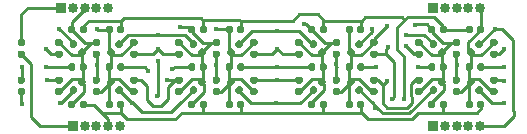
<source format=gbr>
G04 #@! TF.GenerationSoftware,KiCad,Pcbnew,(5.1.9)-1*
G04 #@! TF.CreationDate,2021-02-13T14:53:53-08:00*
G04 #@! TF.ProjectId,ufc_v4_opt,7566635f-7634-45f6-9f70-742e6b696361,rev?*
G04 #@! TF.SameCoordinates,Original*
G04 #@! TF.FileFunction,Copper,L1,Top*
G04 #@! TF.FilePolarity,Positive*
%FSLAX46Y46*%
G04 Gerber Fmt 4.6, Leading zero omitted, Abs format (unit mm)*
G04 Created by KiCad (PCBNEW (5.1.9)-1) date 2021-02-13 14:53:53*
%MOMM*%
%LPD*%
G01*
G04 APERTURE LIST*
G04 #@! TA.AperFunction,ComponentPad*
%ADD10O,0.850000X0.850000*%
G04 #@! TD*
G04 #@! TA.AperFunction,ComponentPad*
%ADD11R,0.850000X0.850000*%
G04 #@! TD*
G04 #@! TA.AperFunction,ViaPad*
%ADD12C,0.450000*%
G04 #@! TD*
G04 #@! TA.AperFunction,Conductor*
%ADD13C,0.250000*%
G04 #@! TD*
G04 APERTURE END LIST*
D10*
X155738000Y-83042000D03*
X154738000Y-83042000D03*
X153738000Y-83042000D03*
X152738000Y-83042000D03*
D11*
X151738000Y-83042000D03*
D10*
X187238000Y-83042000D03*
X186238000Y-83042000D03*
X185238000Y-83042000D03*
X184238000Y-83042000D03*
D11*
X183238000Y-83042000D03*
D10*
X156738000Y-93042000D03*
X155738000Y-93042000D03*
X154738000Y-93042000D03*
X153738000Y-93042000D03*
D11*
X152738000Y-93042000D03*
D10*
X187238000Y-93042000D03*
X186238000Y-93042000D03*
X185238000Y-93042000D03*
X184238000Y-93042000D03*
D11*
X183238000Y-93042000D03*
G04 #@! TA.AperFunction,SMDPad,CuDef*
G36*
G01*
X151383500Y-86674000D02*
X151728500Y-86674000D01*
G75*
G02*
X151876000Y-86821500I0J-147500D01*
G01*
X151876000Y-87116500D01*
G75*
G02*
X151728500Y-87264000I-147500J0D01*
G01*
X151383500Y-87264000D01*
G75*
G02*
X151236000Y-87116500I0J147500D01*
G01*
X151236000Y-86821500D01*
G75*
G02*
X151383500Y-86674000I147500J0D01*
G01*
G37*
G04 #@! TD.AperFunction*
G04 #@! TA.AperFunction,SMDPad,CuDef*
G36*
G01*
X151383500Y-85704000D02*
X151728500Y-85704000D01*
G75*
G02*
X151876000Y-85851500I0J-147500D01*
G01*
X151876000Y-86146500D01*
G75*
G02*
X151728500Y-86294000I-147500J0D01*
G01*
X151383500Y-86294000D01*
G75*
G02*
X151236000Y-86146500I0J147500D01*
G01*
X151236000Y-85851500D01*
G75*
G02*
X151383500Y-85704000I147500J0D01*
G01*
G37*
G04 #@! TD.AperFunction*
G04 #@! TA.AperFunction,SMDPad,CuDef*
G36*
G01*
X151728500Y-89469000D02*
X151383500Y-89469000D01*
G75*
G02*
X151236000Y-89321500I0J147500D01*
G01*
X151236000Y-89026500D01*
G75*
G02*
X151383500Y-88879000I147500J0D01*
G01*
X151728500Y-88879000D01*
G75*
G02*
X151876000Y-89026500I0J-147500D01*
G01*
X151876000Y-89321500D01*
G75*
G02*
X151728500Y-89469000I-147500J0D01*
G01*
G37*
G04 #@! TD.AperFunction*
G04 #@! TA.AperFunction,SMDPad,CuDef*
G36*
G01*
X151728500Y-90439000D02*
X151383500Y-90439000D01*
G75*
G02*
X151236000Y-90291500I0J147500D01*
G01*
X151236000Y-89996500D01*
G75*
G02*
X151383500Y-89849000I147500J0D01*
G01*
X151728500Y-89849000D01*
G75*
G02*
X151876000Y-89996500I0J-147500D01*
G01*
X151876000Y-90291500D01*
G75*
G02*
X151728500Y-90439000I-147500J0D01*
G01*
G37*
G04 #@! TD.AperFunction*
G04 #@! TA.AperFunction,SMDPad,CuDef*
G36*
G01*
X152364000Y-85069000D02*
X152364000Y-84724000D01*
G75*
G02*
X152511500Y-84576500I147500J0D01*
G01*
X152806500Y-84576500D01*
G75*
G02*
X152954000Y-84724000I0J-147500D01*
G01*
X152954000Y-85069000D01*
G75*
G02*
X152806500Y-85216500I-147500J0D01*
G01*
X152511500Y-85216500D01*
G75*
G02*
X152364000Y-85069000I0J147500D01*
G01*
G37*
G04 #@! TD.AperFunction*
G04 #@! TA.AperFunction,SMDPad,CuDef*
G36*
G01*
X153334000Y-85069000D02*
X153334000Y-84724000D01*
G75*
G02*
X153481500Y-84576500I147500J0D01*
G01*
X153776500Y-84576500D01*
G75*
G02*
X153924000Y-84724000I0J-147500D01*
G01*
X153924000Y-85069000D01*
G75*
G02*
X153776500Y-85216500I-147500J0D01*
G01*
X153481500Y-85216500D01*
G75*
G02*
X153334000Y-85069000I0J147500D01*
G01*
G37*
G04 #@! TD.AperFunction*
G04 #@! TA.AperFunction,SMDPad,CuDef*
G36*
G01*
X153131625Y-86227673D02*
X152887673Y-86471625D01*
G75*
G02*
X152679077Y-86471625I-104298J104298D01*
G01*
X152470481Y-86263029D01*
G75*
G02*
X152470481Y-86054433I104298J104298D01*
G01*
X152714433Y-85810481D01*
G75*
G02*
X152923029Y-85810481I104298J-104298D01*
G01*
X153131625Y-86019077D01*
G75*
G02*
X153131625Y-86227673I-104298J-104298D01*
G01*
G37*
G04 #@! TD.AperFunction*
G04 #@! TA.AperFunction,SMDPad,CuDef*
G36*
G01*
X153817519Y-86913567D02*
X153573567Y-87157519D01*
G75*
G02*
X153364971Y-87157519I-104298J104298D01*
G01*
X153156375Y-86948923D01*
G75*
G02*
X153156375Y-86740327I104298J104298D01*
G01*
X153400327Y-86496375D01*
G75*
G02*
X153608923Y-86496375I104298J-104298D01*
G01*
X153817519Y-86704971D01*
G75*
G02*
X153817519Y-86913567I-104298J-104298D01*
G01*
G37*
G04 #@! TD.AperFunction*
G04 #@! TA.AperFunction,SMDPad,CuDef*
G36*
G01*
X153924000Y-87899000D02*
X153924000Y-88244000D01*
G75*
G02*
X153776500Y-88391500I-147500J0D01*
G01*
X153481500Y-88391500D01*
G75*
G02*
X153334000Y-88244000I0J147500D01*
G01*
X153334000Y-87899000D01*
G75*
G02*
X153481500Y-87751500I147500J0D01*
G01*
X153776500Y-87751500D01*
G75*
G02*
X153924000Y-87899000I0J-147500D01*
G01*
G37*
G04 #@! TD.AperFunction*
G04 #@! TA.AperFunction,SMDPad,CuDef*
G36*
G01*
X152954000Y-87899000D02*
X152954000Y-88244000D01*
G75*
G02*
X152806500Y-88391500I-147500J0D01*
G01*
X152511500Y-88391500D01*
G75*
G02*
X152364000Y-88244000I0J147500D01*
G01*
X152364000Y-87899000D01*
G75*
G02*
X152511500Y-87751500I147500J0D01*
G01*
X152806500Y-87751500D01*
G75*
G02*
X152954000Y-87899000I0J-147500D01*
G01*
G37*
G04 #@! TD.AperFunction*
G04 #@! TA.AperFunction,SMDPad,CuDef*
G36*
G01*
X152887673Y-89671375D02*
X153131625Y-89915327D01*
G75*
G02*
X153131625Y-90123923I-104298J-104298D01*
G01*
X152923029Y-90332519D01*
G75*
G02*
X152714433Y-90332519I-104298J104298D01*
G01*
X152470481Y-90088567D01*
G75*
G02*
X152470481Y-89879971I104298J104298D01*
G01*
X152679077Y-89671375D01*
G75*
G02*
X152887673Y-89671375I104298J-104298D01*
G01*
G37*
G04 #@! TD.AperFunction*
G04 #@! TA.AperFunction,SMDPad,CuDef*
G36*
G01*
X153573567Y-88985481D02*
X153817519Y-89229433D01*
G75*
G02*
X153817519Y-89438029I-104298J-104298D01*
G01*
X153608923Y-89646625D01*
G75*
G02*
X153400327Y-89646625I-104298J104298D01*
G01*
X153156375Y-89402673D01*
G75*
G02*
X153156375Y-89194077I104298J104298D01*
G01*
X153364971Y-88985481D01*
G75*
G02*
X153573567Y-88985481I104298J-104298D01*
G01*
G37*
G04 #@! TD.AperFunction*
G04 #@! TA.AperFunction,SMDPad,CuDef*
G36*
G01*
X152364000Y-91419000D02*
X152364000Y-91074000D01*
G75*
G02*
X152511500Y-90926500I147500J0D01*
G01*
X152806500Y-90926500D01*
G75*
G02*
X152954000Y-91074000I0J-147500D01*
G01*
X152954000Y-91419000D01*
G75*
G02*
X152806500Y-91566500I-147500J0D01*
G01*
X152511500Y-91566500D01*
G75*
G02*
X152364000Y-91419000I0J147500D01*
G01*
G37*
G04 #@! TD.AperFunction*
G04 #@! TA.AperFunction,SMDPad,CuDef*
G36*
G01*
X153334000Y-91419000D02*
X153334000Y-91074000D01*
G75*
G02*
X153481500Y-90926500I147500J0D01*
G01*
X153776500Y-90926500D01*
G75*
G02*
X153924000Y-91074000I0J-147500D01*
G01*
X153924000Y-91419000D01*
G75*
G02*
X153776500Y-91566500I-147500J0D01*
G01*
X153481500Y-91566500D01*
G75*
G02*
X153334000Y-91419000I0J147500D01*
G01*
G37*
G04 #@! TD.AperFunction*
G04 #@! TA.AperFunction,SMDPad,CuDef*
G36*
G01*
X154559500Y-86674000D02*
X154904500Y-86674000D01*
G75*
G02*
X155052000Y-86821500I0J-147500D01*
G01*
X155052000Y-87116500D01*
G75*
G02*
X154904500Y-87264000I-147500J0D01*
G01*
X154559500Y-87264000D01*
G75*
G02*
X154412000Y-87116500I0J147500D01*
G01*
X154412000Y-86821500D01*
G75*
G02*
X154559500Y-86674000I147500J0D01*
G01*
G37*
G04 #@! TD.AperFunction*
G04 #@! TA.AperFunction,SMDPad,CuDef*
G36*
G01*
X154559500Y-85704000D02*
X154904500Y-85704000D01*
G75*
G02*
X155052000Y-85851500I0J-147500D01*
G01*
X155052000Y-86146500D01*
G75*
G02*
X154904500Y-86294000I-147500J0D01*
G01*
X154559500Y-86294000D01*
G75*
G02*
X154412000Y-86146500I0J147500D01*
G01*
X154412000Y-85851500D01*
G75*
G02*
X154559500Y-85704000I147500J0D01*
G01*
G37*
G04 #@! TD.AperFunction*
G04 #@! TA.AperFunction,SMDPad,CuDef*
G36*
G01*
X154904500Y-89469000D02*
X154559500Y-89469000D01*
G75*
G02*
X154412000Y-89321500I0J147500D01*
G01*
X154412000Y-89026500D01*
G75*
G02*
X154559500Y-88879000I147500J0D01*
G01*
X154904500Y-88879000D01*
G75*
G02*
X155052000Y-89026500I0J-147500D01*
G01*
X155052000Y-89321500D01*
G75*
G02*
X154904500Y-89469000I-147500J0D01*
G01*
G37*
G04 #@! TD.AperFunction*
G04 #@! TA.AperFunction,SMDPad,CuDef*
G36*
G01*
X154904500Y-90439000D02*
X154559500Y-90439000D01*
G75*
G02*
X154412000Y-90291500I0J147500D01*
G01*
X154412000Y-89996500D01*
G75*
G02*
X154559500Y-89849000I147500J0D01*
G01*
X154904500Y-89849000D01*
G75*
G02*
X155052000Y-89996500I0J-147500D01*
G01*
X155052000Y-90291500D01*
G75*
G02*
X154904500Y-90439000I-147500J0D01*
G01*
G37*
G04 #@! TD.AperFunction*
G04 #@! TA.AperFunction,SMDPad,CuDef*
G36*
G01*
X156509000Y-85069000D02*
X156509000Y-84724000D01*
G75*
G02*
X156656500Y-84576500I147500J0D01*
G01*
X156951500Y-84576500D01*
G75*
G02*
X157099000Y-84724000I0J-147500D01*
G01*
X157099000Y-85069000D01*
G75*
G02*
X156951500Y-85216500I-147500J0D01*
G01*
X156656500Y-85216500D01*
G75*
G02*
X156509000Y-85069000I0J147500D01*
G01*
G37*
G04 #@! TD.AperFunction*
G04 #@! TA.AperFunction,SMDPad,CuDef*
G36*
G01*
X155539000Y-85069000D02*
X155539000Y-84724000D01*
G75*
G02*
X155686500Y-84576500I147500J0D01*
G01*
X155981500Y-84576500D01*
G75*
G02*
X156129000Y-84724000I0J-147500D01*
G01*
X156129000Y-85069000D01*
G75*
G02*
X155981500Y-85216500I-147500J0D01*
G01*
X155686500Y-85216500D01*
G75*
G02*
X155539000Y-85069000I0J147500D01*
G01*
G37*
G04 #@! TD.AperFunction*
G04 #@! TA.AperFunction,SMDPad,CuDef*
G36*
G01*
X155889433Y-87157519D02*
X155645481Y-86913567D01*
G75*
G02*
X155645481Y-86704971I104298J104298D01*
G01*
X155854077Y-86496375D01*
G75*
G02*
X156062673Y-86496375I104298J-104298D01*
G01*
X156306625Y-86740327D01*
G75*
G02*
X156306625Y-86948923I-104298J-104298D01*
G01*
X156098029Y-87157519D01*
G75*
G02*
X155889433Y-87157519I-104298J104298D01*
G01*
G37*
G04 #@! TD.AperFunction*
G04 #@! TA.AperFunction,SMDPad,CuDef*
G36*
G01*
X156575327Y-86471625D02*
X156331375Y-86227673D01*
G75*
G02*
X156331375Y-86019077I104298J104298D01*
G01*
X156539971Y-85810481D01*
G75*
G02*
X156748567Y-85810481I104298J-104298D01*
G01*
X156992519Y-86054433D01*
G75*
G02*
X156992519Y-86263029I-104298J-104298D01*
G01*
X156783923Y-86471625D01*
G75*
G02*
X156575327Y-86471625I-104298J104298D01*
G01*
G37*
G04 #@! TD.AperFunction*
G04 #@! TA.AperFunction,SMDPad,CuDef*
G36*
G01*
X156509000Y-88244000D02*
X156509000Y-87899000D01*
G75*
G02*
X156656500Y-87751500I147500J0D01*
G01*
X156951500Y-87751500D01*
G75*
G02*
X157099000Y-87899000I0J-147500D01*
G01*
X157099000Y-88244000D01*
G75*
G02*
X156951500Y-88391500I-147500J0D01*
G01*
X156656500Y-88391500D01*
G75*
G02*
X156509000Y-88244000I0J147500D01*
G01*
G37*
G04 #@! TD.AperFunction*
G04 #@! TA.AperFunction,SMDPad,CuDef*
G36*
G01*
X155539000Y-88244000D02*
X155539000Y-87899000D01*
G75*
G02*
X155686500Y-87751500I147500J0D01*
G01*
X155981500Y-87751500D01*
G75*
G02*
X156129000Y-87899000I0J-147500D01*
G01*
X156129000Y-88244000D01*
G75*
G02*
X155981500Y-88391500I-147500J0D01*
G01*
X155686500Y-88391500D01*
G75*
G02*
X155539000Y-88244000I0J147500D01*
G01*
G37*
G04 #@! TD.AperFunction*
G04 #@! TA.AperFunction,SMDPad,CuDef*
G36*
G01*
X155645481Y-89229433D02*
X155889433Y-88985481D01*
G75*
G02*
X156098029Y-88985481I104298J-104298D01*
G01*
X156306625Y-89194077D01*
G75*
G02*
X156306625Y-89402673I-104298J-104298D01*
G01*
X156062673Y-89646625D01*
G75*
G02*
X155854077Y-89646625I-104298J104298D01*
G01*
X155645481Y-89438029D01*
G75*
G02*
X155645481Y-89229433I104298J104298D01*
G01*
G37*
G04 #@! TD.AperFunction*
G04 #@! TA.AperFunction,SMDPad,CuDef*
G36*
G01*
X156331375Y-89915327D02*
X156575327Y-89671375D01*
G75*
G02*
X156783923Y-89671375I104298J-104298D01*
G01*
X156992519Y-89879971D01*
G75*
G02*
X156992519Y-90088567I-104298J-104298D01*
G01*
X156748567Y-90332519D01*
G75*
G02*
X156539971Y-90332519I-104298J104298D01*
G01*
X156331375Y-90123923D01*
G75*
G02*
X156331375Y-89915327I104298J104298D01*
G01*
G37*
G04 #@! TD.AperFunction*
G04 #@! TA.AperFunction,SMDPad,CuDef*
G36*
G01*
X156509000Y-91419000D02*
X156509000Y-91074000D01*
G75*
G02*
X156656500Y-90926500I147500J0D01*
G01*
X156951500Y-90926500D01*
G75*
G02*
X157099000Y-91074000I0J-147500D01*
G01*
X157099000Y-91419000D01*
G75*
G02*
X156951500Y-91566500I-147500J0D01*
G01*
X156656500Y-91566500D01*
G75*
G02*
X156509000Y-91419000I0J147500D01*
G01*
G37*
G04 #@! TD.AperFunction*
G04 #@! TA.AperFunction,SMDPad,CuDef*
G36*
G01*
X155539000Y-91419000D02*
X155539000Y-91074000D01*
G75*
G02*
X155686500Y-90926500I147500J0D01*
G01*
X155981500Y-90926500D01*
G75*
G02*
X156129000Y-91074000I0J-147500D01*
G01*
X156129000Y-91419000D01*
G75*
G02*
X155981500Y-91566500I-147500J0D01*
G01*
X155686500Y-91566500D01*
G75*
G02*
X155539000Y-91419000I0J147500D01*
G01*
G37*
G04 #@! TD.AperFunction*
G04 #@! TA.AperFunction,SMDPad,CuDef*
G36*
G01*
X157733500Y-85704000D02*
X158078500Y-85704000D01*
G75*
G02*
X158226000Y-85851500I0J-147500D01*
G01*
X158226000Y-86146500D01*
G75*
G02*
X158078500Y-86294000I-147500J0D01*
G01*
X157733500Y-86294000D01*
G75*
G02*
X157586000Y-86146500I0J147500D01*
G01*
X157586000Y-85851500D01*
G75*
G02*
X157733500Y-85704000I147500J0D01*
G01*
G37*
G04 #@! TD.AperFunction*
G04 #@! TA.AperFunction,SMDPad,CuDef*
G36*
G01*
X157733500Y-86674000D02*
X158078500Y-86674000D01*
G75*
G02*
X158226000Y-86821500I0J-147500D01*
G01*
X158226000Y-87116500D01*
G75*
G02*
X158078500Y-87264000I-147500J0D01*
G01*
X157733500Y-87264000D01*
G75*
G02*
X157586000Y-87116500I0J147500D01*
G01*
X157586000Y-86821500D01*
G75*
G02*
X157733500Y-86674000I147500J0D01*
G01*
G37*
G04 #@! TD.AperFunction*
G04 #@! TA.AperFunction,SMDPad,CuDef*
G36*
G01*
X158078500Y-89469000D02*
X157733500Y-89469000D01*
G75*
G02*
X157586000Y-89321500I0J147500D01*
G01*
X157586000Y-89026500D01*
G75*
G02*
X157733500Y-88879000I147500J0D01*
G01*
X158078500Y-88879000D01*
G75*
G02*
X158226000Y-89026500I0J-147500D01*
G01*
X158226000Y-89321500D01*
G75*
G02*
X158078500Y-89469000I-147500J0D01*
G01*
G37*
G04 #@! TD.AperFunction*
G04 #@! TA.AperFunction,SMDPad,CuDef*
G36*
G01*
X158078500Y-90439000D02*
X157733500Y-90439000D01*
G75*
G02*
X157586000Y-90291500I0J147500D01*
G01*
X157586000Y-89996500D01*
G75*
G02*
X157733500Y-89849000I147500J0D01*
G01*
X158078500Y-89849000D01*
G75*
G02*
X158226000Y-89996500I0J-147500D01*
G01*
X158226000Y-90291500D01*
G75*
G02*
X158078500Y-90439000I-147500J0D01*
G01*
G37*
G04 #@! TD.AperFunction*
G04 #@! TA.AperFunction,SMDPad,CuDef*
G36*
G01*
X161543500Y-85704000D02*
X161888500Y-85704000D01*
G75*
G02*
X162036000Y-85851500I0J-147500D01*
G01*
X162036000Y-86146500D01*
G75*
G02*
X161888500Y-86294000I-147500J0D01*
G01*
X161543500Y-86294000D01*
G75*
G02*
X161396000Y-86146500I0J147500D01*
G01*
X161396000Y-85851500D01*
G75*
G02*
X161543500Y-85704000I147500J0D01*
G01*
G37*
G04 #@! TD.AperFunction*
G04 #@! TA.AperFunction,SMDPad,CuDef*
G36*
G01*
X161543500Y-86674000D02*
X161888500Y-86674000D01*
G75*
G02*
X162036000Y-86821500I0J-147500D01*
G01*
X162036000Y-87116500D01*
G75*
G02*
X161888500Y-87264000I-147500J0D01*
G01*
X161543500Y-87264000D01*
G75*
G02*
X161396000Y-87116500I0J147500D01*
G01*
X161396000Y-86821500D01*
G75*
G02*
X161543500Y-86674000I147500J0D01*
G01*
G37*
G04 #@! TD.AperFunction*
G04 #@! TA.AperFunction,SMDPad,CuDef*
G36*
G01*
X161888500Y-89469000D02*
X161543500Y-89469000D01*
G75*
G02*
X161396000Y-89321500I0J147500D01*
G01*
X161396000Y-89026500D01*
G75*
G02*
X161543500Y-88879000I147500J0D01*
G01*
X161888500Y-88879000D01*
G75*
G02*
X162036000Y-89026500I0J-147500D01*
G01*
X162036000Y-89321500D01*
G75*
G02*
X161888500Y-89469000I-147500J0D01*
G01*
G37*
G04 #@! TD.AperFunction*
G04 #@! TA.AperFunction,SMDPad,CuDef*
G36*
G01*
X161888500Y-90439000D02*
X161543500Y-90439000D01*
G75*
G02*
X161396000Y-90291500I0J147500D01*
G01*
X161396000Y-89996500D01*
G75*
G02*
X161543500Y-89849000I147500J0D01*
G01*
X161888500Y-89849000D01*
G75*
G02*
X162036000Y-89996500I0J-147500D01*
G01*
X162036000Y-90291500D01*
G75*
G02*
X161888500Y-90439000I-147500J0D01*
G01*
G37*
G04 #@! TD.AperFunction*
G04 #@! TA.AperFunction,SMDPad,CuDef*
G36*
G01*
X162524000Y-85069000D02*
X162524000Y-84724000D01*
G75*
G02*
X162671500Y-84576500I147500J0D01*
G01*
X162966500Y-84576500D01*
G75*
G02*
X163114000Y-84724000I0J-147500D01*
G01*
X163114000Y-85069000D01*
G75*
G02*
X162966500Y-85216500I-147500J0D01*
G01*
X162671500Y-85216500D01*
G75*
G02*
X162524000Y-85069000I0J147500D01*
G01*
G37*
G04 #@! TD.AperFunction*
G04 #@! TA.AperFunction,SMDPad,CuDef*
G36*
G01*
X163494000Y-85069000D02*
X163494000Y-84724000D01*
G75*
G02*
X163641500Y-84576500I147500J0D01*
G01*
X163936500Y-84576500D01*
G75*
G02*
X164084000Y-84724000I0J-147500D01*
G01*
X164084000Y-85069000D01*
G75*
G02*
X163936500Y-85216500I-147500J0D01*
G01*
X163641500Y-85216500D01*
G75*
G02*
X163494000Y-85069000I0J147500D01*
G01*
G37*
G04 #@! TD.AperFunction*
G04 #@! TA.AperFunction,SMDPad,CuDef*
G36*
G01*
X163977519Y-86913567D02*
X163733567Y-87157519D01*
G75*
G02*
X163524971Y-87157519I-104298J104298D01*
G01*
X163316375Y-86948923D01*
G75*
G02*
X163316375Y-86740327I104298J104298D01*
G01*
X163560327Y-86496375D01*
G75*
G02*
X163768923Y-86496375I104298J-104298D01*
G01*
X163977519Y-86704971D01*
G75*
G02*
X163977519Y-86913567I-104298J-104298D01*
G01*
G37*
G04 #@! TD.AperFunction*
G04 #@! TA.AperFunction,SMDPad,CuDef*
G36*
G01*
X163291625Y-86227673D02*
X163047673Y-86471625D01*
G75*
G02*
X162839077Y-86471625I-104298J104298D01*
G01*
X162630481Y-86263029D01*
G75*
G02*
X162630481Y-86054433I104298J104298D01*
G01*
X162874433Y-85810481D01*
G75*
G02*
X163083029Y-85810481I104298J-104298D01*
G01*
X163291625Y-86019077D01*
G75*
G02*
X163291625Y-86227673I-104298J-104298D01*
G01*
G37*
G04 #@! TD.AperFunction*
G04 #@! TA.AperFunction,SMDPad,CuDef*
G36*
G01*
X163114000Y-87899000D02*
X163114000Y-88244000D01*
G75*
G02*
X162966500Y-88391500I-147500J0D01*
G01*
X162671500Y-88391500D01*
G75*
G02*
X162524000Y-88244000I0J147500D01*
G01*
X162524000Y-87899000D01*
G75*
G02*
X162671500Y-87751500I147500J0D01*
G01*
X162966500Y-87751500D01*
G75*
G02*
X163114000Y-87899000I0J-147500D01*
G01*
G37*
G04 #@! TD.AperFunction*
G04 #@! TA.AperFunction,SMDPad,CuDef*
G36*
G01*
X164084000Y-87899000D02*
X164084000Y-88244000D01*
G75*
G02*
X163936500Y-88391500I-147500J0D01*
G01*
X163641500Y-88391500D01*
G75*
G02*
X163494000Y-88244000I0J147500D01*
G01*
X163494000Y-87899000D01*
G75*
G02*
X163641500Y-87751500I147500J0D01*
G01*
X163936500Y-87751500D01*
G75*
G02*
X164084000Y-87899000I0J-147500D01*
G01*
G37*
G04 #@! TD.AperFunction*
G04 #@! TA.AperFunction,SMDPad,CuDef*
G36*
G01*
X163733567Y-88985481D02*
X163977519Y-89229433D01*
G75*
G02*
X163977519Y-89438029I-104298J-104298D01*
G01*
X163768923Y-89646625D01*
G75*
G02*
X163560327Y-89646625I-104298J104298D01*
G01*
X163316375Y-89402673D01*
G75*
G02*
X163316375Y-89194077I104298J104298D01*
G01*
X163524971Y-88985481D01*
G75*
G02*
X163733567Y-88985481I104298J-104298D01*
G01*
G37*
G04 #@! TD.AperFunction*
G04 #@! TA.AperFunction,SMDPad,CuDef*
G36*
G01*
X163047673Y-89671375D02*
X163291625Y-89915327D01*
G75*
G02*
X163291625Y-90123923I-104298J-104298D01*
G01*
X163083029Y-90332519D01*
G75*
G02*
X162874433Y-90332519I-104298J104298D01*
G01*
X162630481Y-90088567D01*
G75*
G02*
X162630481Y-89879971I104298J104298D01*
G01*
X162839077Y-89671375D01*
G75*
G02*
X163047673Y-89671375I104298J-104298D01*
G01*
G37*
G04 #@! TD.AperFunction*
G04 #@! TA.AperFunction,SMDPad,CuDef*
G36*
G01*
X163494000Y-91419000D02*
X163494000Y-91074000D01*
G75*
G02*
X163641500Y-90926500I147500J0D01*
G01*
X163936500Y-90926500D01*
G75*
G02*
X164084000Y-91074000I0J-147500D01*
G01*
X164084000Y-91419000D01*
G75*
G02*
X163936500Y-91566500I-147500J0D01*
G01*
X163641500Y-91566500D01*
G75*
G02*
X163494000Y-91419000I0J147500D01*
G01*
G37*
G04 #@! TD.AperFunction*
G04 #@! TA.AperFunction,SMDPad,CuDef*
G36*
G01*
X162524000Y-91419000D02*
X162524000Y-91074000D01*
G75*
G02*
X162671500Y-90926500I147500J0D01*
G01*
X162966500Y-90926500D01*
G75*
G02*
X163114000Y-91074000I0J-147500D01*
G01*
X163114000Y-91419000D01*
G75*
G02*
X162966500Y-91566500I-147500J0D01*
G01*
X162671500Y-91566500D01*
G75*
G02*
X162524000Y-91419000I0J147500D01*
G01*
G37*
G04 #@! TD.AperFunction*
G04 #@! TA.AperFunction,SMDPad,CuDef*
G36*
G01*
X164719500Y-85704000D02*
X165064500Y-85704000D01*
G75*
G02*
X165212000Y-85851500I0J-147500D01*
G01*
X165212000Y-86146500D01*
G75*
G02*
X165064500Y-86294000I-147500J0D01*
G01*
X164719500Y-86294000D01*
G75*
G02*
X164572000Y-86146500I0J147500D01*
G01*
X164572000Y-85851500D01*
G75*
G02*
X164719500Y-85704000I147500J0D01*
G01*
G37*
G04 #@! TD.AperFunction*
G04 #@! TA.AperFunction,SMDPad,CuDef*
G36*
G01*
X164719500Y-86674000D02*
X165064500Y-86674000D01*
G75*
G02*
X165212000Y-86821500I0J-147500D01*
G01*
X165212000Y-87116500D01*
G75*
G02*
X165064500Y-87264000I-147500J0D01*
G01*
X164719500Y-87264000D01*
G75*
G02*
X164572000Y-87116500I0J147500D01*
G01*
X164572000Y-86821500D01*
G75*
G02*
X164719500Y-86674000I147500J0D01*
G01*
G37*
G04 #@! TD.AperFunction*
G04 #@! TA.AperFunction,SMDPad,CuDef*
G36*
G01*
X165064500Y-89469000D02*
X164719500Y-89469000D01*
G75*
G02*
X164572000Y-89321500I0J147500D01*
G01*
X164572000Y-89026500D01*
G75*
G02*
X164719500Y-88879000I147500J0D01*
G01*
X165064500Y-88879000D01*
G75*
G02*
X165212000Y-89026500I0J-147500D01*
G01*
X165212000Y-89321500D01*
G75*
G02*
X165064500Y-89469000I-147500J0D01*
G01*
G37*
G04 #@! TD.AperFunction*
G04 #@! TA.AperFunction,SMDPad,CuDef*
G36*
G01*
X165064500Y-90439000D02*
X164719500Y-90439000D01*
G75*
G02*
X164572000Y-90291500I0J147500D01*
G01*
X164572000Y-89996500D01*
G75*
G02*
X164719500Y-89849000I147500J0D01*
G01*
X165064500Y-89849000D01*
G75*
G02*
X165212000Y-89996500I0J-147500D01*
G01*
X165212000Y-90291500D01*
G75*
G02*
X165064500Y-90439000I-147500J0D01*
G01*
G37*
G04 #@! TD.AperFunction*
G04 #@! TA.AperFunction,SMDPad,CuDef*
G36*
G01*
X165699000Y-85069000D02*
X165699000Y-84724000D01*
G75*
G02*
X165846500Y-84576500I147500J0D01*
G01*
X166141500Y-84576500D01*
G75*
G02*
X166289000Y-84724000I0J-147500D01*
G01*
X166289000Y-85069000D01*
G75*
G02*
X166141500Y-85216500I-147500J0D01*
G01*
X165846500Y-85216500D01*
G75*
G02*
X165699000Y-85069000I0J147500D01*
G01*
G37*
G04 #@! TD.AperFunction*
G04 #@! TA.AperFunction,SMDPad,CuDef*
G36*
G01*
X166669000Y-85069000D02*
X166669000Y-84724000D01*
G75*
G02*
X166816500Y-84576500I147500J0D01*
G01*
X167111500Y-84576500D01*
G75*
G02*
X167259000Y-84724000I0J-147500D01*
G01*
X167259000Y-85069000D01*
G75*
G02*
X167111500Y-85216500I-147500J0D01*
G01*
X166816500Y-85216500D01*
G75*
G02*
X166669000Y-85069000I0J147500D01*
G01*
G37*
G04 #@! TD.AperFunction*
G04 #@! TA.AperFunction,SMDPad,CuDef*
G36*
G01*
X166735327Y-86471625D02*
X166491375Y-86227673D01*
G75*
G02*
X166491375Y-86019077I104298J104298D01*
G01*
X166699971Y-85810481D01*
G75*
G02*
X166908567Y-85810481I104298J-104298D01*
G01*
X167152519Y-86054433D01*
G75*
G02*
X167152519Y-86263029I-104298J-104298D01*
G01*
X166943923Y-86471625D01*
G75*
G02*
X166735327Y-86471625I-104298J104298D01*
G01*
G37*
G04 #@! TD.AperFunction*
G04 #@! TA.AperFunction,SMDPad,CuDef*
G36*
G01*
X166049433Y-87157519D02*
X165805481Y-86913567D01*
G75*
G02*
X165805481Y-86704971I104298J104298D01*
G01*
X166014077Y-86496375D01*
G75*
G02*
X166222673Y-86496375I104298J-104298D01*
G01*
X166466625Y-86740327D01*
G75*
G02*
X166466625Y-86948923I-104298J-104298D01*
G01*
X166258029Y-87157519D01*
G75*
G02*
X166049433Y-87157519I-104298J104298D01*
G01*
G37*
G04 #@! TD.AperFunction*
G04 #@! TA.AperFunction,SMDPad,CuDef*
G36*
G01*
X165699000Y-88244000D02*
X165699000Y-87899000D01*
G75*
G02*
X165846500Y-87751500I147500J0D01*
G01*
X166141500Y-87751500D01*
G75*
G02*
X166289000Y-87899000I0J-147500D01*
G01*
X166289000Y-88244000D01*
G75*
G02*
X166141500Y-88391500I-147500J0D01*
G01*
X165846500Y-88391500D01*
G75*
G02*
X165699000Y-88244000I0J147500D01*
G01*
G37*
G04 #@! TD.AperFunction*
G04 #@! TA.AperFunction,SMDPad,CuDef*
G36*
G01*
X166669000Y-88244000D02*
X166669000Y-87899000D01*
G75*
G02*
X166816500Y-87751500I147500J0D01*
G01*
X167111500Y-87751500D01*
G75*
G02*
X167259000Y-87899000I0J-147500D01*
G01*
X167259000Y-88244000D01*
G75*
G02*
X167111500Y-88391500I-147500J0D01*
G01*
X166816500Y-88391500D01*
G75*
G02*
X166669000Y-88244000I0J147500D01*
G01*
G37*
G04 #@! TD.AperFunction*
G04 #@! TA.AperFunction,SMDPad,CuDef*
G36*
G01*
X166491375Y-89915327D02*
X166735327Y-89671375D01*
G75*
G02*
X166943923Y-89671375I104298J-104298D01*
G01*
X167152519Y-89879971D01*
G75*
G02*
X167152519Y-90088567I-104298J-104298D01*
G01*
X166908567Y-90332519D01*
G75*
G02*
X166699971Y-90332519I-104298J104298D01*
G01*
X166491375Y-90123923D01*
G75*
G02*
X166491375Y-89915327I104298J104298D01*
G01*
G37*
G04 #@! TD.AperFunction*
G04 #@! TA.AperFunction,SMDPad,CuDef*
G36*
G01*
X165805481Y-89229433D02*
X166049433Y-88985481D01*
G75*
G02*
X166258029Y-88985481I104298J-104298D01*
G01*
X166466625Y-89194077D01*
G75*
G02*
X166466625Y-89402673I-104298J-104298D01*
G01*
X166222673Y-89646625D01*
G75*
G02*
X166014077Y-89646625I-104298J104298D01*
G01*
X165805481Y-89438029D01*
G75*
G02*
X165805481Y-89229433I104298J104298D01*
G01*
G37*
G04 #@! TD.AperFunction*
G04 #@! TA.AperFunction,SMDPad,CuDef*
G36*
G01*
X165699000Y-91419000D02*
X165699000Y-91074000D01*
G75*
G02*
X165846500Y-90926500I147500J0D01*
G01*
X166141500Y-90926500D01*
G75*
G02*
X166289000Y-91074000I0J-147500D01*
G01*
X166289000Y-91419000D01*
G75*
G02*
X166141500Y-91566500I-147500J0D01*
G01*
X165846500Y-91566500D01*
G75*
G02*
X165699000Y-91419000I0J147500D01*
G01*
G37*
G04 #@! TD.AperFunction*
G04 #@! TA.AperFunction,SMDPad,CuDef*
G36*
G01*
X166669000Y-91419000D02*
X166669000Y-91074000D01*
G75*
G02*
X166816500Y-90926500I147500J0D01*
G01*
X167111500Y-90926500D01*
G75*
G02*
X167259000Y-91074000I0J-147500D01*
G01*
X167259000Y-91419000D01*
G75*
G02*
X167111500Y-91566500I-147500J0D01*
G01*
X166816500Y-91566500D01*
G75*
G02*
X166669000Y-91419000I0J147500D01*
G01*
G37*
G04 #@! TD.AperFunction*
G04 #@! TA.AperFunction,SMDPad,CuDef*
G36*
G01*
X167893500Y-86674000D02*
X168238500Y-86674000D01*
G75*
G02*
X168386000Y-86821500I0J-147500D01*
G01*
X168386000Y-87116500D01*
G75*
G02*
X168238500Y-87264000I-147500J0D01*
G01*
X167893500Y-87264000D01*
G75*
G02*
X167746000Y-87116500I0J147500D01*
G01*
X167746000Y-86821500D01*
G75*
G02*
X167893500Y-86674000I147500J0D01*
G01*
G37*
G04 #@! TD.AperFunction*
G04 #@! TA.AperFunction,SMDPad,CuDef*
G36*
G01*
X167893500Y-85704000D02*
X168238500Y-85704000D01*
G75*
G02*
X168386000Y-85851500I0J-147500D01*
G01*
X168386000Y-86146500D01*
G75*
G02*
X168238500Y-86294000I-147500J0D01*
G01*
X167893500Y-86294000D01*
G75*
G02*
X167746000Y-86146500I0J147500D01*
G01*
X167746000Y-85851500D01*
G75*
G02*
X167893500Y-85704000I147500J0D01*
G01*
G37*
G04 #@! TD.AperFunction*
G04 #@! TA.AperFunction,SMDPad,CuDef*
G36*
G01*
X168238500Y-90439000D02*
X167893500Y-90439000D01*
G75*
G02*
X167746000Y-90291500I0J147500D01*
G01*
X167746000Y-89996500D01*
G75*
G02*
X167893500Y-89849000I147500J0D01*
G01*
X168238500Y-89849000D01*
G75*
G02*
X168386000Y-89996500I0J-147500D01*
G01*
X168386000Y-90291500D01*
G75*
G02*
X168238500Y-90439000I-147500J0D01*
G01*
G37*
G04 #@! TD.AperFunction*
G04 #@! TA.AperFunction,SMDPad,CuDef*
G36*
G01*
X168238500Y-89469000D02*
X167893500Y-89469000D01*
G75*
G02*
X167746000Y-89321500I0J147500D01*
G01*
X167746000Y-89026500D01*
G75*
G02*
X167893500Y-88879000I147500J0D01*
G01*
X168238500Y-88879000D01*
G75*
G02*
X168386000Y-89026500I0J-147500D01*
G01*
X168386000Y-89321500D01*
G75*
G02*
X168238500Y-89469000I-147500J0D01*
G01*
G37*
G04 #@! TD.AperFunction*
G04 #@! TA.AperFunction,SMDPad,CuDef*
G36*
G01*
X171703500Y-85704000D02*
X172048500Y-85704000D01*
G75*
G02*
X172196000Y-85851500I0J-147500D01*
G01*
X172196000Y-86146500D01*
G75*
G02*
X172048500Y-86294000I-147500J0D01*
G01*
X171703500Y-86294000D01*
G75*
G02*
X171556000Y-86146500I0J147500D01*
G01*
X171556000Y-85851500D01*
G75*
G02*
X171703500Y-85704000I147500J0D01*
G01*
G37*
G04 #@! TD.AperFunction*
G04 #@! TA.AperFunction,SMDPad,CuDef*
G36*
G01*
X171703500Y-86674000D02*
X172048500Y-86674000D01*
G75*
G02*
X172196000Y-86821500I0J-147500D01*
G01*
X172196000Y-87116500D01*
G75*
G02*
X172048500Y-87264000I-147500J0D01*
G01*
X171703500Y-87264000D01*
G75*
G02*
X171556000Y-87116500I0J147500D01*
G01*
X171556000Y-86821500D01*
G75*
G02*
X171703500Y-86674000I147500J0D01*
G01*
G37*
G04 #@! TD.AperFunction*
G04 #@! TA.AperFunction,SMDPad,CuDef*
G36*
G01*
X172048500Y-89469000D02*
X171703500Y-89469000D01*
G75*
G02*
X171556000Y-89321500I0J147500D01*
G01*
X171556000Y-89026500D01*
G75*
G02*
X171703500Y-88879000I147500J0D01*
G01*
X172048500Y-88879000D01*
G75*
G02*
X172196000Y-89026500I0J-147500D01*
G01*
X172196000Y-89321500D01*
G75*
G02*
X172048500Y-89469000I-147500J0D01*
G01*
G37*
G04 #@! TD.AperFunction*
G04 #@! TA.AperFunction,SMDPad,CuDef*
G36*
G01*
X172048500Y-90439000D02*
X171703500Y-90439000D01*
G75*
G02*
X171556000Y-90291500I0J147500D01*
G01*
X171556000Y-89996500D01*
G75*
G02*
X171703500Y-89849000I147500J0D01*
G01*
X172048500Y-89849000D01*
G75*
G02*
X172196000Y-89996500I0J-147500D01*
G01*
X172196000Y-90291500D01*
G75*
G02*
X172048500Y-90439000I-147500J0D01*
G01*
G37*
G04 #@! TD.AperFunction*
G04 #@! TA.AperFunction,SMDPad,CuDef*
G36*
G01*
X172684000Y-85069000D02*
X172684000Y-84724000D01*
G75*
G02*
X172831500Y-84576500I147500J0D01*
G01*
X173126500Y-84576500D01*
G75*
G02*
X173274000Y-84724000I0J-147500D01*
G01*
X173274000Y-85069000D01*
G75*
G02*
X173126500Y-85216500I-147500J0D01*
G01*
X172831500Y-85216500D01*
G75*
G02*
X172684000Y-85069000I0J147500D01*
G01*
G37*
G04 #@! TD.AperFunction*
G04 #@! TA.AperFunction,SMDPad,CuDef*
G36*
G01*
X173654000Y-85069000D02*
X173654000Y-84724000D01*
G75*
G02*
X173801500Y-84576500I147500J0D01*
G01*
X174096500Y-84576500D01*
G75*
G02*
X174244000Y-84724000I0J-147500D01*
G01*
X174244000Y-85069000D01*
G75*
G02*
X174096500Y-85216500I-147500J0D01*
G01*
X173801500Y-85216500D01*
G75*
G02*
X173654000Y-85069000I0J147500D01*
G01*
G37*
G04 #@! TD.AperFunction*
G04 #@! TA.AperFunction,SMDPad,CuDef*
G36*
G01*
X173451625Y-86227673D02*
X173207673Y-86471625D01*
G75*
G02*
X172999077Y-86471625I-104298J104298D01*
G01*
X172790481Y-86263029D01*
G75*
G02*
X172790481Y-86054433I104298J104298D01*
G01*
X173034433Y-85810481D01*
G75*
G02*
X173243029Y-85810481I104298J-104298D01*
G01*
X173451625Y-86019077D01*
G75*
G02*
X173451625Y-86227673I-104298J-104298D01*
G01*
G37*
G04 #@! TD.AperFunction*
G04 #@! TA.AperFunction,SMDPad,CuDef*
G36*
G01*
X174137519Y-86913567D02*
X173893567Y-87157519D01*
G75*
G02*
X173684971Y-87157519I-104298J104298D01*
G01*
X173476375Y-86948923D01*
G75*
G02*
X173476375Y-86740327I104298J104298D01*
G01*
X173720327Y-86496375D01*
G75*
G02*
X173928923Y-86496375I104298J-104298D01*
G01*
X174137519Y-86704971D01*
G75*
G02*
X174137519Y-86913567I-104298J-104298D01*
G01*
G37*
G04 #@! TD.AperFunction*
G04 #@! TA.AperFunction,SMDPad,CuDef*
G36*
G01*
X174244000Y-87899000D02*
X174244000Y-88244000D01*
G75*
G02*
X174096500Y-88391500I-147500J0D01*
G01*
X173801500Y-88391500D01*
G75*
G02*
X173654000Y-88244000I0J147500D01*
G01*
X173654000Y-87899000D01*
G75*
G02*
X173801500Y-87751500I147500J0D01*
G01*
X174096500Y-87751500D01*
G75*
G02*
X174244000Y-87899000I0J-147500D01*
G01*
G37*
G04 #@! TD.AperFunction*
G04 #@! TA.AperFunction,SMDPad,CuDef*
G36*
G01*
X173274000Y-87899000D02*
X173274000Y-88244000D01*
G75*
G02*
X173126500Y-88391500I-147500J0D01*
G01*
X172831500Y-88391500D01*
G75*
G02*
X172684000Y-88244000I0J147500D01*
G01*
X172684000Y-87899000D01*
G75*
G02*
X172831500Y-87751500I147500J0D01*
G01*
X173126500Y-87751500D01*
G75*
G02*
X173274000Y-87899000I0J-147500D01*
G01*
G37*
G04 #@! TD.AperFunction*
G04 #@! TA.AperFunction,SMDPad,CuDef*
G36*
G01*
X173207673Y-89671375D02*
X173451625Y-89915327D01*
G75*
G02*
X173451625Y-90123923I-104298J-104298D01*
G01*
X173243029Y-90332519D01*
G75*
G02*
X173034433Y-90332519I-104298J104298D01*
G01*
X172790481Y-90088567D01*
G75*
G02*
X172790481Y-89879971I104298J104298D01*
G01*
X172999077Y-89671375D01*
G75*
G02*
X173207673Y-89671375I104298J-104298D01*
G01*
G37*
G04 #@! TD.AperFunction*
G04 #@! TA.AperFunction,SMDPad,CuDef*
G36*
G01*
X173893567Y-88985481D02*
X174137519Y-89229433D01*
G75*
G02*
X174137519Y-89438029I-104298J-104298D01*
G01*
X173928923Y-89646625D01*
G75*
G02*
X173720327Y-89646625I-104298J104298D01*
G01*
X173476375Y-89402673D01*
G75*
G02*
X173476375Y-89194077I104298J104298D01*
G01*
X173684971Y-88985481D01*
G75*
G02*
X173893567Y-88985481I104298J-104298D01*
G01*
G37*
G04 #@! TD.AperFunction*
G04 #@! TA.AperFunction,SMDPad,CuDef*
G36*
G01*
X172684000Y-91419000D02*
X172684000Y-91074000D01*
G75*
G02*
X172831500Y-90926500I147500J0D01*
G01*
X173126500Y-90926500D01*
G75*
G02*
X173274000Y-91074000I0J-147500D01*
G01*
X173274000Y-91419000D01*
G75*
G02*
X173126500Y-91566500I-147500J0D01*
G01*
X172831500Y-91566500D01*
G75*
G02*
X172684000Y-91419000I0J147500D01*
G01*
G37*
G04 #@! TD.AperFunction*
G04 #@! TA.AperFunction,SMDPad,CuDef*
G36*
G01*
X173654000Y-91419000D02*
X173654000Y-91074000D01*
G75*
G02*
X173801500Y-90926500I147500J0D01*
G01*
X174096500Y-90926500D01*
G75*
G02*
X174244000Y-91074000I0J-147500D01*
G01*
X174244000Y-91419000D01*
G75*
G02*
X174096500Y-91566500I-147500J0D01*
G01*
X173801500Y-91566500D01*
G75*
G02*
X173654000Y-91419000I0J147500D01*
G01*
G37*
G04 #@! TD.AperFunction*
G04 #@! TA.AperFunction,SMDPad,CuDef*
G36*
G01*
X174879500Y-86674000D02*
X175224500Y-86674000D01*
G75*
G02*
X175372000Y-86821500I0J-147500D01*
G01*
X175372000Y-87116500D01*
G75*
G02*
X175224500Y-87264000I-147500J0D01*
G01*
X174879500Y-87264000D01*
G75*
G02*
X174732000Y-87116500I0J147500D01*
G01*
X174732000Y-86821500D01*
G75*
G02*
X174879500Y-86674000I147500J0D01*
G01*
G37*
G04 #@! TD.AperFunction*
G04 #@! TA.AperFunction,SMDPad,CuDef*
G36*
G01*
X174879500Y-85704000D02*
X175224500Y-85704000D01*
G75*
G02*
X175372000Y-85851500I0J-147500D01*
G01*
X175372000Y-86146500D01*
G75*
G02*
X175224500Y-86294000I-147500J0D01*
G01*
X174879500Y-86294000D01*
G75*
G02*
X174732000Y-86146500I0J147500D01*
G01*
X174732000Y-85851500D01*
G75*
G02*
X174879500Y-85704000I147500J0D01*
G01*
G37*
G04 #@! TD.AperFunction*
G04 #@! TA.AperFunction,SMDPad,CuDef*
G36*
G01*
X175224500Y-90439000D02*
X174879500Y-90439000D01*
G75*
G02*
X174732000Y-90291500I0J147500D01*
G01*
X174732000Y-89996500D01*
G75*
G02*
X174879500Y-89849000I147500J0D01*
G01*
X175224500Y-89849000D01*
G75*
G02*
X175372000Y-89996500I0J-147500D01*
G01*
X175372000Y-90291500D01*
G75*
G02*
X175224500Y-90439000I-147500J0D01*
G01*
G37*
G04 #@! TD.AperFunction*
G04 #@! TA.AperFunction,SMDPad,CuDef*
G36*
G01*
X175224500Y-89469000D02*
X174879500Y-89469000D01*
G75*
G02*
X174732000Y-89321500I0J147500D01*
G01*
X174732000Y-89026500D01*
G75*
G02*
X174879500Y-88879000I147500J0D01*
G01*
X175224500Y-88879000D01*
G75*
G02*
X175372000Y-89026500I0J-147500D01*
G01*
X175372000Y-89321500D01*
G75*
G02*
X175224500Y-89469000I-147500J0D01*
G01*
G37*
G04 #@! TD.AperFunction*
G04 #@! TA.AperFunction,SMDPad,CuDef*
G36*
G01*
X175859000Y-85069000D02*
X175859000Y-84724000D01*
G75*
G02*
X176006500Y-84576500I147500J0D01*
G01*
X176301500Y-84576500D01*
G75*
G02*
X176449000Y-84724000I0J-147500D01*
G01*
X176449000Y-85069000D01*
G75*
G02*
X176301500Y-85216500I-147500J0D01*
G01*
X176006500Y-85216500D01*
G75*
G02*
X175859000Y-85069000I0J147500D01*
G01*
G37*
G04 #@! TD.AperFunction*
G04 #@! TA.AperFunction,SMDPad,CuDef*
G36*
G01*
X176829000Y-85069000D02*
X176829000Y-84724000D01*
G75*
G02*
X176976500Y-84576500I147500J0D01*
G01*
X177271500Y-84576500D01*
G75*
G02*
X177419000Y-84724000I0J-147500D01*
G01*
X177419000Y-85069000D01*
G75*
G02*
X177271500Y-85216500I-147500J0D01*
G01*
X176976500Y-85216500D01*
G75*
G02*
X176829000Y-85069000I0J147500D01*
G01*
G37*
G04 #@! TD.AperFunction*
G04 #@! TA.AperFunction,SMDPad,CuDef*
G36*
G01*
X176209433Y-87157519D02*
X175965481Y-86913567D01*
G75*
G02*
X175965481Y-86704971I104298J104298D01*
G01*
X176174077Y-86496375D01*
G75*
G02*
X176382673Y-86496375I104298J-104298D01*
G01*
X176626625Y-86740327D01*
G75*
G02*
X176626625Y-86948923I-104298J-104298D01*
G01*
X176418029Y-87157519D01*
G75*
G02*
X176209433Y-87157519I-104298J104298D01*
G01*
G37*
G04 #@! TD.AperFunction*
G04 #@! TA.AperFunction,SMDPad,CuDef*
G36*
G01*
X176895327Y-86471625D02*
X176651375Y-86227673D01*
G75*
G02*
X176651375Y-86019077I104298J104298D01*
G01*
X176859971Y-85810481D01*
G75*
G02*
X177068567Y-85810481I104298J-104298D01*
G01*
X177312519Y-86054433D01*
G75*
G02*
X177312519Y-86263029I-104298J-104298D01*
G01*
X177103923Y-86471625D01*
G75*
G02*
X176895327Y-86471625I-104298J104298D01*
G01*
G37*
G04 #@! TD.AperFunction*
G04 #@! TA.AperFunction,SMDPad,CuDef*
G36*
G01*
X176829000Y-88244000D02*
X176829000Y-87899000D01*
G75*
G02*
X176976500Y-87751500I147500J0D01*
G01*
X177271500Y-87751500D01*
G75*
G02*
X177419000Y-87899000I0J-147500D01*
G01*
X177419000Y-88244000D01*
G75*
G02*
X177271500Y-88391500I-147500J0D01*
G01*
X176976500Y-88391500D01*
G75*
G02*
X176829000Y-88244000I0J147500D01*
G01*
G37*
G04 #@! TD.AperFunction*
G04 #@! TA.AperFunction,SMDPad,CuDef*
G36*
G01*
X175859000Y-88244000D02*
X175859000Y-87899000D01*
G75*
G02*
X176006500Y-87751500I147500J0D01*
G01*
X176301500Y-87751500D01*
G75*
G02*
X176449000Y-87899000I0J-147500D01*
G01*
X176449000Y-88244000D01*
G75*
G02*
X176301500Y-88391500I-147500J0D01*
G01*
X176006500Y-88391500D01*
G75*
G02*
X175859000Y-88244000I0J147500D01*
G01*
G37*
G04 #@! TD.AperFunction*
G04 #@! TA.AperFunction,SMDPad,CuDef*
G36*
G01*
X175965481Y-89229433D02*
X176209433Y-88985481D01*
G75*
G02*
X176418029Y-88985481I104298J-104298D01*
G01*
X176626625Y-89194077D01*
G75*
G02*
X176626625Y-89402673I-104298J-104298D01*
G01*
X176382673Y-89646625D01*
G75*
G02*
X176174077Y-89646625I-104298J104298D01*
G01*
X175965481Y-89438029D01*
G75*
G02*
X175965481Y-89229433I104298J104298D01*
G01*
G37*
G04 #@! TD.AperFunction*
G04 #@! TA.AperFunction,SMDPad,CuDef*
G36*
G01*
X176651375Y-89915327D02*
X176895327Y-89671375D01*
G75*
G02*
X177103923Y-89671375I104298J-104298D01*
G01*
X177312519Y-89879971D01*
G75*
G02*
X177312519Y-90088567I-104298J-104298D01*
G01*
X177068567Y-90332519D01*
G75*
G02*
X176859971Y-90332519I-104298J104298D01*
G01*
X176651375Y-90123923D01*
G75*
G02*
X176651375Y-89915327I104298J104298D01*
G01*
G37*
G04 #@! TD.AperFunction*
G04 #@! TA.AperFunction,SMDPad,CuDef*
G36*
G01*
X176829000Y-91419000D02*
X176829000Y-91074000D01*
G75*
G02*
X176976500Y-90926500I147500J0D01*
G01*
X177271500Y-90926500D01*
G75*
G02*
X177419000Y-91074000I0J-147500D01*
G01*
X177419000Y-91419000D01*
G75*
G02*
X177271500Y-91566500I-147500J0D01*
G01*
X176976500Y-91566500D01*
G75*
G02*
X176829000Y-91419000I0J147500D01*
G01*
G37*
G04 #@! TD.AperFunction*
G04 #@! TA.AperFunction,SMDPad,CuDef*
G36*
G01*
X175859000Y-91419000D02*
X175859000Y-91074000D01*
G75*
G02*
X176006500Y-90926500I147500J0D01*
G01*
X176301500Y-90926500D01*
G75*
G02*
X176449000Y-91074000I0J-147500D01*
G01*
X176449000Y-91419000D01*
G75*
G02*
X176301500Y-91566500I-147500J0D01*
G01*
X176006500Y-91566500D01*
G75*
G02*
X175859000Y-91419000I0J147500D01*
G01*
G37*
G04 #@! TD.AperFunction*
G04 #@! TA.AperFunction,SMDPad,CuDef*
G36*
G01*
X178053500Y-85704000D02*
X178398500Y-85704000D01*
G75*
G02*
X178546000Y-85851500I0J-147500D01*
G01*
X178546000Y-86146500D01*
G75*
G02*
X178398500Y-86294000I-147500J0D01*
G01*
X178053500Y-86294000D01*
G75*
G02*
X177906000Y-86146500I0J147500D01*
G01*
X177906000Y-85851500D01*
G75*
G02*
X178053500Y-85704000I147500J0D01*
G01*
G37*
G04 #@! TD.AperFunction*
G04 #@! TA.AperFunction,SMDPad,CuDef*
G36*
G01*
X178053500Y-86674000D02*
X178398500Y-86674000D01*
G75*
G02*
X178546000Y-86821500I0J-147500D01*
G01*
X178546000Y-87116500D01*
G75*
G02*
X178398500Y-87264000I-147500J0D01*
G01*
X178053500Y-87264000D01*
G75*
G02*
X177906000Y-87116500I0J147500D01*
G01*
X177906000Y-86821500D01*
G75*
G02*
X178053500Y-86674000I147500J0D01*
G01*
G37*
G04 #@! TD.AperFunction*
G04 #@! TA.AperFunction,SMDPad,CuDef*
G36*
G01*
X178398500Y-89469000D02*
X178053500Y-89469000D01*
G75*
G02*
X177906000Y-89321500I0J147500D01*
G01*
X177906000Y-89026500D01*
G75*
G02*
X178053500Y-88879000I147500J0D01*
G01*
X178398500Y-88879000D01*
G75*
G02*
X178546000Y-89026500I0J-147500D01*
G01*
X178546000Y-89321500D01*
G75*
G02*
X178398500Y-89469000I-147500J0D01*
G01*
G37*
G04 #@! TD.AperFunction*
G04 #@! TA.AperFunction,SMDPad,CuDef*
G36*
G01*
X178398500Y-90439000D02*
X178053500Y-90439000D01*
G75*
G02*
X177906000Y-90291500I0J147500D01*
G01*
X177906000Y-89996500D01*
G75*
G02*
X178053500Y-89849000I147500J0D01*
G01*
X178398500Y-89849000D01*
G75*
G02*
X178546000Y-89996500I0J-147500D01*
G01*
X178546000Y-90291500D01*
G75*
G02*
X178398500Y-90439000I-147500J0D01*
G01*
G37*
G04 #@! TD.AperFunction*
G04 #@! TA.AperFunction,SMDPad,CuDef*
G36*
G01*
X181863500Y-85704000D02*
X182208500Y-85704000D01*
G75*
G02*
X182356000Y-85851500I0J-147500D01*
G01*
X182356000Y-86146500D01*
G75*
G02*
X182208500Y-86294000I-147500J0D01*
G01*
X181863500Y-86294000D01*
G75*
G02*
X181716000Y-86146500I0J147500D01*
G01*
X181716000Y-85851500D01*
G75*
G02*
X181863500Y-85704000I147500J0D01*
G01*
G37*
G04 #@! TD.AperFunction*
G04 #@! TA.AperFunction,SMDPad,CuDef*
G36*
G01*
X181863500Y-86674000D02*
X182208500Y-86674000D01*
G75*
G02*
X182356000Y-86821500I0J-147500D01*
G01*
X182356000Y-87116500D01*
G75*
G02*
X182208500Y-87264000I-147500J0D01*
G01*
X181863500Y-87264000D01*
G75*
G02*
X181716000Y-87116500I0J147500D01*
G01*
X181716000Y-86821500D01*
G75*
G02*
X181863500Y-86674000I147500J0D01*
G01*
G37*
G04 #@! TD.AperFunction*
G04 #@! TA.AperFunction,SMDPad,CuDef*
G36*
G01*
X182208500Y-89469000D02*
X181863500Y-89469000D01*
G75*
G02*
X181716000Y-89321500I0J147500D01*
G01*
X181716000Y-89026500D01*
G75*
G02*
X181863500Y-88879000I147500J0D01*
G01*
X182208500Y-88879000D01*
G75*
G02*
X182356000Y-89026500I0J-147500D01*
G01*
X182356000Y-89321500D01*
G75*
G02*
X182208500Y-89469000I-147500J0D01*
G01*
G37*
G04 #@! TD.AperFunction*
G04 #@! TA.AperFunction,SMDPad,CuDef*
G36*
G01*
X182208500Y-90439000D02*
X181863500Y-90439000D01*
G75*
G02*
X181716000Y-90291500I0J147500D01*
G01*
X181716000Y-89996500D01*
G75*
G02*
X181863500Y-89849000I147500J0D01*
G01*
X182208500Y-89849000D01*
G75*
G02*
X182356000Y-89996500I0J-147500D01*
G01*
X182356000Y-90291500D01*
G75*
G02*
X182208500Y-90439000I-147500J0D01*
G01*
G37*
G04 #@! TD.AperFunction*
G04 #@! TA.AperFunction,SMDPad,CuDef*
G36*
G01*
X183814000Y-85069000D02*
X183814000Y-84724000D01*
G75*
G02*
X183961500Y-84576500I147500J0D01*
G01*
X184256500Y-84576500D01*
G75*
G02*
X184404000Y-84724000I0J-147500D01*
G01*
X184404000Y-85069000D01*
G75*
G02*
X184256500Y-85216500I-147500J0D01*
G01*
X183961500Y-85216500D01*
G75*
G02*
X183814000Y-85069000I0J147500D01*
G01*
G37*
G04 #@! TD.AperFunction*
G04 #@! TA.AperFunction,SMDPad,CuDef*
G36*
G01*
X182844000Y-85069000D02*
X182844000Y-84724000D01*
G75*
G02*
X182991500Y-84576500I147500J0D01*
G01*
X183286500Y-84576500D01*
G75*
G02*
X183434000Y-84724000I0J-147500D01*
G01*
X183434000Y-85069000D01*
G75*
G02*
X183286500Y-85216500I-147500J0D01*
G01*
X182991500Y-85216500D01*
G75*
G02*
X182844000Y-85069000I0J147500D01*
G01*
G37*
G04 #@! TD.AperFunction*
G04 #@! TA.AperFunction,SMDPad,CuDef*
G36*
G01*
X184297519Y-86913567D02*
X184053567Y-87157519D01*
G75*
G02*
X183844971Y-87157519I-104298J104298D01*
G01*
X183636375Y-86948923D01*
G75*
G02*
X183636375Y-86740327I104298J104298D01*
G01*
X183880327Y-86496375D01*
G75*
G02*
X184088923Y-86496375I104298J-104298D01*
G01*
X184297519Y-86704971D01*
G75*
G02*
X184297519Y-86913567I-104298J-104298D01*
G01*
G37*
G04 #@! TD.AperFunction*
G04 #@! TA.AperFunction,SMDPad,CuDef*
G36*
G01*
X183611625Y-86227673D02*
X183367673Y-86471625D01*
G75*
G02*
X183159077Y-86471625I-104298J104298D01*
G01*
X182950481Y-86263029D01*
G75*
G02*
X182950481Y-86054433I104298J104298D01*
G01*
X183194433Y-85810481D01*
G75*
G02*
X183403029Y-85810481I104298J-104298D01*
G01*
X183611625Y-86019077D01*
G75*
G02*
X183611625Y-86227673I-104298J-104298D01*
G01*
G37*
G04 #@! TD.AperFunction*
G04 #@! TA.AperFunction,SMDPad,CuDef*
G36*
G01*
X183434000Y-87899000D02*
X183434000Y-88244000D01*
G75*
G02*
X183286500Y-88391500I-147500J0D01*
G01*
X182991500Y-88391500D01*
G75*
G02*
X182844000Y-88244000I0J147500D01*
G01*
X182844000Y-87899000D01*
G75*
G02*
X182991500Y-87751500I147500J0D01*
G01*
X183286500Y-87751500D01*
G75*
G02*
X183434000Y-87899000I0J-147500D01*
G01*
G37*
G04 #@! TD.AperFunction*
G04 #@! TA.AperFunction,SMDPad,CuDef*
G36*
G01*
X184404000Y-87899000D02*
X184404000Y-88244000D01*
G75*
G02*
X184256500Y-88391500I-147500J0D01*
G01*
X183961500Y-88391500D01*
G75*
G02*
X183814000Y-88244000I0J147500D01*
G01*
X183814000Y-87899000D01*
G75*
G02*
X183961500Y-87751500I147500J0D01*
G01*
X184256500Y-87751500D01*
G75*
G02*
X184404000Y-87899000I0J-147500D01*
G01*
G37*
G04 #@! TD.AperFunction*
G04 #@! TA.AperFunction,SMDPad,CuDef*
G36*
G01*
X184053567Y-88985481D02*
X184297519Y-89229433D01*
G75*
G02*
X184297519Y-89438029I-104298J-104298D01*
G01*
X184088923Y-89646625D01*
G75*
G02*
X183880327Y-89646625I-104298J104298D01*
G01*
X183636375Y-89402673D01*
G75*
G02*
X183636375Y-89194077I104298J104298D01*
G01*
X183844971Y-88985481D01*
G75*
G02*
X184053567Y-88985481I104298J-104298D01*
G01*
G37*
G04 #@! TD.AperFunction*
G04 #@! TA.AperFunction,SMDPad,CuDef*
G36*
G01*
X183367673Y-89671375D02*
X183611625Y-89915327D01*
G75*
G02*
X183611625Y-90123923I-104298J-104298D01*
G01*
X183403029Y-90332519D01*
G75*
G02*
X183194433Y-90332519I-104298J104298D01*
G01*
X182950481Y-90088567D01*
G75*
G02*
X182950481Y-89879971I104298J104298D01*
G01*
X183159077Y-89671375D01*
G75*
G02*
X183367673Y-89671375I104298J-104298D01*
G01*
G37*
G04 #@! TD.AperFunction*
G04 #@! TA.AperFunction,SMDPad,CuDef*
G36*
G01*
X183814000Y-91419000D02*
X183814000Y-91074000D01*
G75*
G02*
X183961500Y-90926500I147500J0D01*
G01*
X184256500Y-90926500D01*
G75*
G02*
X184404000Y-91074000I0J-147500D01*
G01*
X184404000Y-91419000D01*
G75*
G02*
X184256500Y-91566500I-147500J0D01*
G01*
X183961500Y-91566500D01*
G75*
G02*
X183814000Y-91419000I0J147500D01*
G01*
G37*
G04 #@! TD.AperFunction*
G04 #@! TA.AperFunction,SMDPad,CuDef*
G36*
G01*
X182844000Y-91419000D02*
X182844000Y-91074000D01*
G75*
G02*
X182991500Y-90926500I147500J0D01*
G01*
X183286500Y-90926500D01*
G75*
G02*
X183434000Y-91074000I0J-147500D01*
G01*
X183434000Y-91419000D01*
G75*
G02*
X183286500Y-91566500I-147500J0D01*
G01*
X182991500Y-91566500D01*
G75*
G02*
X182844000Y-91419000I0J147500D01*
G01*
G37*
G04 #@! TD.AperFunction*
G04 #@! TA.AperFunction,SMDPad,CuDef*
G36*
G01*
X185039500Y-85704000D02*
X185384500Y-85704000D01*
G75*
G02*
X185532000Y-85851500I0J-147500D01*
G01*
X185532000Y-86146500D01*
G75*
G02*
X185384500Y-86294000I-147500J0D01*
G01*
X185039500Y-86294000D01*
G75*
G02*
X184892000Y-86146500I0J147500D01*
G01*
X184892000Y-85851500D01*
G75*
G02*
X185039500Y-85704000I147500J0D01*
G01*
G37*
G04 #@! TD.AperFunction*
G04 #@! TA.AperFunction,SMDPad,CuDef*
G36*
G01*
X185039500Y-86674000D02*
X185384500Y-86674000D01*
G75*
G02*
X185532000Y-86821500I0J-147500D01*
G01*
X185532000Y-87116500D01*
G75*
G02*
X185384500Y-87264000I-147500J0D01*
G01*
X185039500Y-87264000D01*
G75*
G02*
X184892000Y-87116500I0J147500D01*
G01*
X184892000Y-86821500D01*
G75*
G02*
X185039500Y-86674000I147500J0D01*
G01*
G37*
G04 #@! TD.AperFunction*
G04 #@! TA.AperFunction,SMDPad,CuDef*
G36*
G01*
X185384500Y-89469000D02*
X185039500Y-89469000D01*
G75*
G02*
X184892000Y-89321500I0J147500D01*
G01*
X184892000Y-89026500D01*
G75*
G02*
X185039500Y-88879000I147500J0D01*
G01*
X185384500Y-88879000D01*
G75*
G02*
X185532000Y-89026500I0J-147500D01*
G01*
X185532000Y-89321500D01*
G75*
G02*
X185384500Y-89469000I-147500J0D01*
G01*
G37*
G04 #@! TD.AperFunction*
G04 #@! TA.AperFunction,SMDPad,CuDef*
G36*
G01*
X185384500Y-90439000D02*
X185039500Y-90439000D01*
G75*
G02*
X184892000Y-90291500I0J147500D01*
G01*
X184892000Y-89996500D01*
G75*
G02*
X185039500Y-89849000I147500J0D01*
G01*
X185384500Y-89849000D01*
G75*
G02*
X185532000Y-89996500I0J-147500D01*
G01*
X185532000Y-90291500D01*
G75*
G02*
X185384500Y-90439000I-147500J0D01*
G01*
G37*
G04 #@! TD.AperFunction*
G04 #@! TA.AperFunction,SMDPad,CuDef*
G36*
G01*
X187579000Y-84724000D02*
X187579000Y-85069000D01*
G75*
G02*
X187431500Y-85216500I-147500J0D01*
G01*
X187136500Y-85216500D01*
G75*
G02*
X186989000Y-85069000I0J147500D01*
G01*
X186989000Y-84724000D01*
G75*
G02*
X187136500Y-84576500I147500J0D01*
G01*
X187431500Y-84576500D01*
G75*
G02*
X187579000Y-84724000I0J-147500D01*
G01*
G37*
G04 #@! TD.AperFunction*
G04 #@! TA.AperFunction,SMDPad,CuDef*
G36*
G01*
X186609000Y-84724000D02*
X186609000Y-85069000D01*
G75*
G02*
X186461500Y-85216500I-147500J0D01*
G01*
X186166500Y-85216500D01*
G75*
G02*
X186019000Y-85069000I0J147500D01*
G01*
X186019000Y-84724000D01*
G75*
G02*
X186166500Y-84576500I147500J0D01*
G01*
X186461500Y-84576500D01*
G75*
G02*
X186609000Y-84724000I0J-147500D01*
G01*
G37*
G04 #@! TD.AperFunction*
G04 #@! TA.AperFunction,SMDPad,CuDef*
G36*
G01*
X187055327Y-86471625D02*
X186811375Y-86227673D01*
G75*
G02*
X186811375Y-86019077I104298J104298D01*
G01*
X187019971Y-85810481D01*
G75*
G02*
X187228567Y-85810481I104298J-104298D01*
G01*
X187472519Y-86054433D01*
G75*
G02*
X187472519Y-86263029I-104298J-104298D01*
G01*
X187263923Y-86471625D01*
G75*
G02*
X187055327Y-86471625I-104298J104298D01*
G01*
G37*
G04 #@! TD.AperFunction*
G04 #@! TA.AperFunction,SMDPad,CuDef*
G36*
G01*
X186369433Y-87157519D02*
X186125481Y-86913567D01*
G75*
G02*
X186125481Y-86704971I104298J104298D01*
G01*
X186334077Y-86496375D01*
G75*
G02*
X186542673Y-86496375I104298J-104298D01*
G01*
X186786625Y-86740327D01*
G75*
G02*
X186786625Y-86948923I-104298J-104298D01*
G01*
X186578029Y-87157519D01*
G75*
G02*
X186369433Y-87157519I-104298J104298D01*
G01*
G37*
G04 #@! TD.AperFunction*
G04 #@! TA.AperFunction,SMDPad,CuDef*
G36*
G01*
X186019000Y-88244000D02*
X186019000Y-87899000D01*
G75*
G02*
X186166500Y-87751500I147500J0D01*
G01*
X186461500Y-87751500D01*
G75*
G02*
X186609000Y-87899000I0J-147500D01*
G01*
X186609000Y-88244000D01*
G75*
G02*
X186461500Y-88391500I-147500J0D01*
G01*
X186166500Y-88391500D01*
G75*
G02*
X186019000Y-88244000I0J147500D01*
G01*
G37*
G04 #@! TD.AperFunction*
G04 #@! TA.AperFunction,SMDPad,CuDef*
G36*
G01*
X186989000Y-88244000D02*
X186989000Y-87899000D01*
G75*
G02*
X187136500Y-87751500I147500J0D01*
G01*
X187431500Y-87751500D01*
G75*
G02*
X187579000Y-87899000I0J-147500D01*
G01*
X187579000Y-88244000D01*
G75*
G02*
X187431500Y-88391500I-147500J0D01*
G01*
X187136500Y-88391500D01*
G75*
G02*
X186989000Y-88244000I0J147500D01*
G01*
G37*
G04 #@! TD.AperFunction*
G04 #@! TA.AperFunction,SMDPad,CuDef*
G36*
G01*
X186811375Y-89915327D02*
X187055327Y-89671375D01*
G75*
G02*
X187263923Y-89671375I104298J-104298D01*
G01*
X187472519Y-89879971D01*
G75*
G02*
X187472519Y-90088567I-104298J-104298D01*
G01*
X187228567Y-90332519D01*
G75*
G02*
X187019971Y-90332519I-104298J104298D01*
G01*
X186811375Y-90123923D01*
G75*
G02*
X186811375Y-89915327I104298J104298D01*
G01*
G37*
G04 #@! TD.AperFunction*
G04 #@! TA.AperFunction,SMDPad,CuDef*
G36*
G01*
X186125481Y-89229433D02*
X186369433Y-88985481D01*
G75*
G02*
X186578029Y-88985481I104298J-104298D01*
G01*
X186786625Y-89194077D01*
G75*
G02*
X186786625Y-89402673I-104298J-104298D01*
G01*
X186542673Y-89646625D01*
G75*
G02*
X186334077Y-89646625I-104298J104298D01*
G01*
X186125481Y-89438029D01*
G75*
G02*
X186125481Y-89229433I104298J104298D01*
G01*
G37*
G04 #@! TD.AperFunction*
G04 #@! TA.AperFunction,SMDPad,CuDef*
G36*
G01*
X186019000Y-91419000D02*
X186019000Y-91074000D01*
G75*
G02*
X186166500Y-90926500I147500J0D01*
G01*
X186461500Y-90926500D01*
G75*
G02*
X186609000Y-91074000I0J-147500D01*
G01*
X186609000Y-91419000D01*
G75*
G02*
X186461500Y-91566500I-147500J0D01*
G01*
X186166500Y-91566500D01*
G75*
G02*
X186019000Y-91419000I0J147500D01*
G01*
G37*
G04 #@! TD.AperFunction*
G04 #@! TA.AperFunction,SMDPad,CuDef*
G36*
G01*
X186989000Y-91419000D02*
X186989000Y-91074000D01*
G75*
G02*
X187136500Y-90926500I147500J0D01*
G01*
X187431500Y-90926500D01*
G75*
G02*
X187579000Y-91074000I0J-147500D01*
G01*
X187579000Y-91419000D01*
G75*
G02*
X187431500Y-91566500I-147500J0D01*
G01*
X187136500Y-91566500D01*
G75*
G02*
X186989000Y-91419000I0J147500D01*
G01*
G37*
G04 #@! TD.AperFunction*
G04 #@! TA.AperFunction,SMDPad,CuDef*
G36*
G01*
X188213500Y-86674000D02*
X188558500Y-86674000D01*
G75*
G02*
X188706000Y-86821500I0J-147500D01*
G01*
X188706000Y-87116500D01*
G75*
G02*
X188558500Y-87264000I-147500J0D01*
G01*
X188213500Y-87264000D01*
G75*
G02*
X188066000Y-87116500I0J147500D01*
G01*
X188066000Y-86821500D01*
G75*
G02*
X188213500Y-86674000I147500J0D01*
G01*
G37*
G04 #@! TD.AperFunction*
G04 #@! TA.AperFunction,SMDPad,CuDef*
G36*
G01*
X188213500Y-85704000D02*
X188558500Y-85704000D01*
G75*
G02*
X188706000Y-85851500I0J-147500D01*
G01*
X188706000Y-86146500D01*
G75*
G02*
X188558500Y-86294000I-147500J0D01*
G01*
X188213500Y-86294000D01*
G75*
G02*
X188066000Y-86146500I0J147500D01*
G01*
X188066000Y-85851500D01*
G75*
G02*
X188213500Y-85704000I147500J0D01*
G01*
G37*
G04 #@! TD.AperFunction*
G04 #@! TA.AperFunction,SMDPad,CuDef*
G36*
G01*
X188558500Y-90439000D02*
X188213500Y-90439000D01*
G75*
G02*
X188066000Y-90291500I0J147500D01*
G01*
X188066000Y-89996500D01*
G75*
G02*
X188213500Y-89849000I147500J0D01*
G01*
X188558500Y-89849000D01*
G75*
G02*
X188706000Y-89996500I0J-147500D01*
G01*
X188706000Y-90291500D01*
G75*
G02*
X188558500Y-90439000I-147500J0D01*
G01*
G37*
G04 #@! TD.AperFunction*
G04 #@! TA.AperFunction,SMDPad,CuDef*
G36*
G01*
X188558500Y-89469000D02*
X188213500Y-89469000D01*
G75*
G02*
X188066000Y-89321500I0J147500D01*
G01*
X188066000Y-89026500D01*
G75*
G02*
X188213500Y-88879000I147500J0D01*
G01*
X188558500Y-88879000D01*
G75*
G02*
X188706000Y-89026500I0J-147500D01*
G01*
X188706000Y-89321500D01*
G75*
G02*
X188558500Y-89469000I-147500J0D01*
G01*
G37*
G04 #@! TD.AperFunction*
G04 #@! TA.AperFunction,SMDPad,CuDef*
G36*
G01*
X148209500Y-86674000D02*
X148554500Y-86674000D01*
G75*
G02*
X148702000Y-86821500I0J-147500D01*
G01*
X148702000Y-87116500D01*
G75*
G02*
X148554500Y-87264000I-147500J0D01*
G01*
X148209500Y-87264000D01*
G75*
G02*
X148062000Y-87116500I0J147500D01*
G01*
X148062000Y-86821500D01*
G75*
G02*
X148209500Y-86674000I147500J0D01*
G01*
G37*
G04 #@! TD.AperFunction*
G04 #@! TA.AperFunction,SMDPad,CuDef*
G36*
G01*
X148209500Y-85704000D02*
X148554500Y-85704000D01*
G75*
G02*
X148702000Y-85851500I0J-147500D01*
G01*
X148702000Y-86146500D01*
G75*
G02*
X148554500Y-86294000I-147500J0D01*
G01*
X148209500Y-86294000D01*
G75*
G02*
X148062000Y-86146500I0J147500D01*
G01*
X148062000Y-85851500D01*
G75*
G02*
X148209500Y-85704000I147500J0D01*
G01*
G37*
G04 #@! TD.AperFunction*
G04 #@! TA.AperFunction,SMDPad,CuDef*
G36*
G01*
X148209500Y-88879000D02*
X148554500Y-88879000D01*
G75*
G02*
X148702000Y-89026500I0J-147500D01*
G01*
X148702000Y-89321500D01*
G75*
G02*
X148554500Y-89469000I-147500J0D01*
G01*
X148209500Y-89469000D01*
G75*
G02*
X148062000Y-89321500I0J147500D01*
G01*
X148062000Y-89026500D01*
G75*
G02*
X148209500Y-88879000I147500J0D01*
G01*
G37*
G04 #@! TD.AperFunction*
G04 #@! TA.AperFunction,SMDPad,CuDef*
G36*
G01*
X148209500Y-89849000D02*
X148554500Y-89849000D01*
G75*
G02*
X148702000Y-89996500I0J-147500D01*
G01*
X148702000Y-90291500D01*
G75*
G02*
X148554500Y-90439000I-147500J0D01*
G01*
X148209500Y-90439000D01*
G75*
G02*
X148062000Y-90291500I0J147500D01*
G01*
X148062000Y-89996500D01*
G75*
G02*
X148209500Y-89849000I147500J0D01*
G01*
G37*
G04 #@! TD.AperFunction*
D12*
X154749500Y-84862510D03*
X161774794Y-84653980D03*
X164846000Y-84836000D03*
X172339000Y-84391500D03*
X179302540Y-84591769D03*
X181673500Y-84518500D03*
X151574500Y-84836000D03*
X188468000Y-84836000D03*
X170053000Y-85026500D03*
X159956500Y-85344000D03*
X178052028Y-84816961D03*
X180911508Y-85316016D03*
X148399500Y-88074500D03*
X148399500Y-91186000D03*
X150558500Y-89174003D03*
X170053000Y-89154000D03*
X189266990Y-89217500D03*
X160715781Y-89159438D03*
X179324000Y-89217500D03*
X154749500Y-87884000D03*
X175052000Y-87838000D03*
X185229500Y-87884000D03*
X164892000Y-87883991D03*
X159956500Y-87550513D03*
X159893000Y-90551004D03*
X150495000Y-86550500D03*
X170059734Y-86523990D03*
X189266990Y-86550502D03*
X159956500Y-86523990D03*
X179451000Y-86360000D03*
X179739967Y-90804962D03*
X180939932Y-86315612D03*
X180739978Y-90806320D03*
X169926000Y-91122500D03*
X189266990Y-91122500D03*
X151634421Y-91095990D03*
X157782500Y-91122500D03*
X178352409Y-91516007D03*
X150495000Y-88074502D03*
X170053000Y-88074500D03*
X189266990Y-88074500D03*
X181991000Y-88074500D03*
X178371500Y-88074500D03*
X159131000Y-88392000D03*
X161163000Y-88265000D03*
D13*
X186314000Y-86684894D02*
X186456053Y-86826947D01*
X188367768Y-85999000D02*
X188386000Y-85999000D01*
X187313547Y-87053221D02*
X188367768Y-85999000D01*
X186682327Y-87053221D02*
X187313547Y-87053221D01*
X186456053Y-86826947D02*
X186682327Y-87053221D01*
X186456053Y-87929447D02*
X186314000Y-88071500D01*
X186456053Y-86826947D02*
X186456053Y-87929447D01*
X186314000Y-89174000D02*
X186456053Y-89316053D01*
X186314000Y-88071500D02*
X186314000Y-89174000D01*
X188196182Y-90144000D02*
X188386000Y-90144000D01*
X187141961Y-89089779D02*
X188196182Y-90144000D01*
X186682327Y-89089779D02*
X187141961Y-89089779D01*
X186456053Y-89316053D02*
X186682327Y-89089779D01*
X186314000Y-89458106D02*
X186314000Y-91246500D01*
X186456053Y-89316053D02*
X186314000Y-89458106D01*
X185628106Y-90144000D02*
X185212000Y-90144000D01*
X186456053Y-89316053D02*
X185628106Y-90144000D01*
X187284000Y-84914732D02*
X187284000Y-84896500D01*
X186229779Y-85968953D02*
X187284000Y-84914732D01*
X186229779Y-86600673D02*
X186229779Y-85968953D01*
X186456053Y-86826947D02*
X186229779Y-86600673D01*
X187284000Y-83088000D02*
X187238000Y-83042000D01*
X187284000Y-84896500D02*
X187284000Y-83088000D01*
X152659000Y-91246500D02*
X152658500Y-91246500D01*
X152801053Y-85038553D02*
X152659000Y-84896500D01*
X152659000Y-84896500D02*
X152658500Y-84896500D01*
X153738000Y-83152002D02*
X153738000Y-83042000D01*
X152659000Y-84231002D02*
X153738000Y-83152002D01*
X152659000Y-84896500D02*
X152659000Y-84231002D01*
X154314894Y-85999000D02*
X154732000Y-85999000D01*
X153486947Y-86826947D02*
X154314894Y-85999000D01*
X152659000Y-84914732D02*
X152659000Y-84896500D01*
X153743268Y-85999000D02*
X152659000Y-84914732D01*
X154732000Y-85999000D02*
X153743268Y-85999000D01*
X153713221Y-89542327D02*
X153486947Y-89316053D01*
X153713221Y-90174047D02*
X153713221Y-89542327D01*
X152659000Y-91228268D02*
X153713221Y-90174047D01*
X152659000Y-91246500D02*
X152659000Y-91228268D01*
X153486947Y-87929447D02*
X153629000Y-88071500D01*
X153486947Y-86826947D02*
X153486947Y-87929447D01*
X153629000Y-89174000D02*
X153486947Y-89316053D01*
X153629000Y-88071500D02*
X153629000Y-89174000D01*
X151574232Y-90144000D02*
X151556000Y-90144000D01*
X152628453Y-89089779D02*
X151574232Y-90144000D01*
X153260673Y-89089779D02*
X152628453Y-89089779D01*
X153486947Y-89316053D02*
X153260673Y-89089779D01*
X151574232Y-85999000D02*
X151556000Y-85999000D01*
X152628453Y-87053221D02*
X151574232Y-85999000D01*
X153260673Y-87053221D02*
X152628453Y-87053221D01*
X153486947Y-86826947D02*
X153260673Y-87053221D01*
X155834000Y-86684894D02*
X155976053Y-86826947D01*
X155834000Y-84896500D02*
X155834000Y-86684894D01*
X155976053Y-86826947D02*
X156118106Y-86969000D01*
X155976053Y-87929447D02*
X155834000Y-88071500D01*
X155976053Y-86826947D02*
X155976053Y-87929447D01*
X155834000Y-89174000D02*
X155976053Y-89316053D01*
X155834000Y-88071500D02*
X155834000Y-89174000D01*
X155976053Y-89316053D02*
X156118106Y-89174000D01*
X155148106Y-90144000D02*
X154732000Y-90144000D01*
X155976053Y-89316053D02*
X155148106Y-90144000D01*
X155834000Y-89458106D02*
X155834000Y-91246500D01*
X155976053Y-89316053D02*
X155834000Y-89458106D01*
X157943500Y-90106500D02*
X157906000Y-90144000D01*
X157887768Y-85999000D02*
X157906000Y-85999000D01*
X156833547Y-87053221D02*
X157887768Y-85999000D01*
X156202327Y-87053221D02*
X156833547Y-87053221D01*
X155976053Y-86826947D02*
X156202327Y-87053221D01*
X155834000Y-84896500D02*
X154783490Y-84896500D01*
X154783490Y-84896500D02*
X154749500Y-84862510D01*
X156202327Y-89089779D02*
X155976053Y-89316053D01*
X157716182Y-90144000D02*
X156661961Y-89089779D01*
X156661961Y-89089779D02*
X156202327Y-89089779D01*
X157906000Y-90144000D02*
X157716182Y-90144000D01*
X164474894Y-85999000D02*
X164892000Y-85999000D01*
X163646947Y-86826947D02*
X164474894Y-85999000D01*
X162819000Y-85086818D02*
X162819000Y-84896500D01*
X163731182Y-85999000D02*
X162819000Y-85086818D01*
X164892000Y-85999000D02*
X163731182Y-85999000D01*
X161734232Y-85999000D02*
X161716000Y-85999000D01*
X162788453Y-87053221D02*
X161734232Y-85999000D01*
X163420673Y-87053221D02*
X162788453Y-87053221D01*
X163646947Y-86826947D02*
X163420673Y-87053221D01*
X163646947Y-87929447D02*
X163789000Y-88071500D01*
X163646947Y-86826947D02*
X163646947Y-87929447D01*
X163789000Y-89174000D02*
X163646947Y-89316053D01*
X163789000Y-88071500D02*
X163789000Y-89174000D01*
X161734232Y-90144000D02*
X161716000Y-90144000D01*
X162788453Y-89089779D02*
X161734232Y-90144000D01*
X163420673Y-89089779D02*
X162788453Y-89089779D01*
X163646947Y-89316053D02*
X163420673Y-89089779D01*
X163873221Y-90174047D02*
X162819000Y-91228268D01*
X162819000Y-91228268D02*
X162819000Y-91246500D01*
X163873221Y-89542327D02*
X163873221Y-90174047D01*
X163646947Y-89316053D02*
X163873221Y-89542327D01*
X162576480Y-84653980D02*
X162819000Y-84896500D01*
X161774794Y-84653980D02*
X162576480Y-84653980D01*
X165994000Y-86684894D02*
X166136053Y-86826947D01*
X165994000Y-84896500D02*
X165994000Y-86684894D01*
X166362327Y-87053221D02*
X166136053Y-86826947D01*
X166993547Y-87053221D02*
X166362327Y-87053221D01*
X168047768Y-85999000D02*
X166993547Y-87053221D01*
X168066000Y-85999000D02*
X168047768Y-85999000D01*
X166136053Y-87929447D02*
X165994000Y-88071500D01*
X166136053Y-86826947D02*
X166136053Y-87929447D01*
X165994000Y-89174000D02*
X166136053Y-89316053D01*
X165994000Y-88071500D02*
X165994000Y-89174000D01*
X165994000Y-89458106D02*
X165994000Y-91246500D01*
X166136053Y-89316053D02*
X165994000Y-89458106D01*
X165308106Y-90144000D02*
X164892000Y-90144000D01*
X166136053Y-89316053D02*
X165308106Y-90144000D01*
X166362327Y-89089779D02*
X166136053Y-89316053D01*
X166993547Y-89089779D02*
X166362327Y-89089779D01*
X168047768Y-90144000D02*
X166993547Y-89089779D01*
X168066000Y-90144000D02*
X168047768Y-90144000D01*
X165933500Y-84836000D02*
X165994000Y-84896500D01*
X164846000Y-84836000D02*
X165933500Y-84836000D01*
X174063268Y-85999000D02*
X172979000Y-84914732D01*
X172979000Y-84914732D02*
X172979000Y-84896500D01*
X175052000Y-85999000D02*
X174063268Y-85999000D01*
X174634894Y-85999000D02*
X173806947Y-86826947D01*
X175052000Y-85999000D02*
X174634894Y-85999000D01*
X171894232Y-85999000D02*
X171876000Y-85999000D01*
X172948453Y-87053221D02*
X171894232Y-85999000D01*
X173580673Y-87053221D02*
X172948453Y-87053221D01*
X173806947Y-86826947D02*
X173580673Y-87053221D01*
X173806947Y-87929447D02*
X173949000Y-88071500D01*
X173806947Y-86826947D02*
X173806947Y-87929447D01*
X173949000Y-89174000D02*
X173806947Y-89316053D01*
X173949000Y-88071500D02*
X173949000Y-89174000D01*
X171894232Y-90144000D02*
X171876000Y-90144000D01*
X172948453Y-89089779D02*
X171894232Y-90144000D01*
X173580673Y-89089779D02*
X172948453Y-89089779D01*
X173806947Y-89316053D02*
X173580673Y-89089779D01*
X172979000Y-91056182D02*
X172979000Y-91246500D01*
X174033221Y-90001961D02*
X172979000Y-91056182D01*
X174033221Y-89542327D02*
X174033221Y-90001961D01*
X173806947Y-89316053D02*
X174033221Y-89542327D01*
X172474000Y-84391500D02*
X172979000Y-84896500D01*
X172339000Y-84391500D02*
X172474000Y-84391500D01*
X176154000Y-86684894D02*
X176296053Y-86826947D01*
X176154000Y-84896500D02*
X176154000Y-86684894D01*
X178207768Y-85999000D02*
X178226000Y-85999000D01*
X177153547Y-87053221D02*
X178207768Y-85999000D01*
X176522327Y-87053221D02*
X177153547Y-87053221D01*
X176296053Y-86826947D02*
X176522327Y-87053221D01*
X176296053Y-87929447D02*
X176154000Y-88071500D01*
X176296053Y-86826947D02*
X176296053Y-87929447D01*
X176154000Y-89174000D02*
X176296053Y-89316053D01*
X176154000Y-88071500D02*
X176154000Y-89174000D01*
X178036182Y-90144000D02*
X178226000Y-90144000D01*
X176981961Y-89089779D02*
X178036182Y-90144000D01*
X176522327Y-89089779D02*
X176981961Y-89089779D01*
X176296053Y-89316053D02*
X176522327Y-89089779D01*
X176154000Y-89458106D02*
X176154000Y-91246500D01*
X176296053Y-89316053D02*
X176154000Y-89458106D01*
X175468106Y-90144000D02*
X175052000Y-90144000D01*
X176296053Y-89316053D02*
X175468106Y-90144000D01*
X178226000Y-85668309D02*
X179302540Y-84591769D01*
X178226000Y-85999000D02*
X178226000Y-85668309D01*
X184051182Y-85999000D02*
X185212000Y-85999000D01*
X183139000Y-85086818D02*
X184051182Y-85999000D01*
X183139000Y-84896500D02*
X183139000Y-85086818D01*
X184794894Y-85999000D02*
X183966947Y-86826947D01*
X185212000Y-85999000D02*
X184794894Y-85999000D01*
X182054232Y-85999000D02*
X182036000Y-85999000D01*
X183108453Y-87053221D02*
X182054232Y-85999000D01*
X183740673Y-87053221D02*
X183108453Y-87053221D01*
X183966947Y-86826947D02*
X183740673Y-87053221D01*
X183966947Y-87929447D02*
X184109000Y-88071500D01*
X183966947Y-86826947D02*
X183966947Y-87929447D01*
X184109000Y-89174000D02*
X183966947Y-89316053D01*
X184109000Y-88071500D02*
X184109000Y-89174000D01*
X182054232Y-90144000D02*
X182036000Y-90144000D01*
X183108453Y-89089779D02*
X182054232Y-90144000D01*
X183740673Y-89089779D02*
X183108453Y-89089779D01*
X183966947Y-89316053D02*
X183740673Y-89089779D01*
X183139000Y-91056182D02*
X183139000Y-91246500D01*
X184193221Y-90001961D02*
X183139000Y-91056182D01*
X184193221Y-89542327D02*
X184193221Y-90001961D01*
X183966947Y-89316053D02*
X184193221Y-89542327D01*
X181737000Y-84455000D02*
X181673500Y-84518500D01*
X182697500Y-84455000D02*
X181737000Y-84455000D01*
X183139000Y-84896500D02*
X182697500Y-84455000D01*
X152659000Y-86283106D02*
X152801053Y-86141053D01*
X152659000Y-85999000D02*
X152801053Y-86141053D01*
X152801053Y-86141053D02*
X152943106Y-85999000D01*
X152801053Y-86062553D02*
X151574500Y-84836000D01*
X152801053Y-86141053D02*
X152801053Y-86062553D01*
X188447000Y-84836000D02*
X187141947Y-86141053D01*
X188468000Y-84836000D02*
X188447000Y-84836000D01*
X167936500Y-85026500D02*
X170053000Y-85026500D01*
X166821947Y-86141053D02*
X167936500Y-85026500D01*
X189033685Y-84836000D02*
X188468000Y-84836000D01*
X189992000Y-85794315D02*
X189033685Y-84836000D01*
X189992000Y-91756090D02*
X189992000Y-85794315D01*
X190061009Y-91825099D02*
X189992000Y-91756090D01*
X189216910Y-93042000D02*
X190061009Y-92197901D01*
X187238000Y-93042000D02*
X189216910Y-93042000D01*
X190061009Y-92197901D02*
X190061009Y-91825099D01*
X157424010Y-85378990D02*
X156661947Y-86141053D01*
X162961053Y-86141053D02*
X162198990Y-85378990D01*
X159991490Y-85378990D02*
X159956500Y-85344000D01*
X159956500Y-85344000D02*
X157424010Y-85378990D01*
X162198990Y-85378990D02*
X159991490Y-85378990D01*
X173015551Y-86141053D02*
X171900998Y-85026500D01*
X173121053Y-86141053D02*
X173015551Y-86141053D01*
X171900998Y-85026500D02*
X170053000Y-85026500D01*
X178052028Y-85070972D02*
X178052028Y-84816961D01*
X176981947Y-86141053D02*
X178052028Y-85070972D01*
X183281053Y-86141053D02*
X182456016Y-85316016D01*
X182456016Y-85316016D02*
X180911508Y-85316016D01*
X152063000Y-93042000D02*
X152738000Y-93042000D01*
X150001500Y-93042000D02*
X152063000Y-93042000D01*
X149225000Y-92265500D02*
X150001500Y-93042000D01*
X149225000Y-87812000D02*
X149225000Y-92265500D01*
X148382000Y-86969000D02*
X149225000Y-87812000D01*
X148382000Y-83583500D02*
X148382000Y-85999000D01*
X148923500Y-83042000D02*
X148382000Y-83583500D01*
X148923500Y-83042000D02*
X151738000Y-83042000D01*
X148399500Y-89156500D02*
X148382000Y-89174000D01*
X148399500Y-88074500D02*
X148399500Y-89156500D01*
X148382000Y-91168500D02*
X148399500Y-91186000D01*
X148382000Y-90144000D02*
X148382000Y-91168500D01*
X168066000Y-89174000D02*
X171876000Y-89174000D01*
X150558503Y-89174000D02*
X150558500Y-89174003D01*
X151556000Y-89174000D02*
X150558503Y-89174000D01*
X188386000Y-89174000D02*
X189223490Y-89174000D01*
X189223490Y-89174000D02*
X189266990Y-89217500D01*
X161396000Y-89174000D02*
X161716000Y-89174000D01*
X160782000Y-90805000D02*
X160782000Y-89788000D01*
X160210500Y-91376500D02*
X160782000Y-90805000D01*
X160782000Y-89788000D02*
X161396000Y-89174000D01*
X159004000Y-90868500D02*
X159512000Y-91376500D01*
X159004000Y-89662000D02*
X159004000Y-90868500D01*
X159512000Y-91376500D02*
X160210500Y-91376500D01*
X158516000Y-89174000D02*
X159004000Y-89662000D01*
X157906000Y-89174000D02*
X158516000Y-89174000D01*
X161716000Y-89174000D02*
X160730343Y-89174000D01*
X160730343Y-89174000D02*
X160715781Y-89159438D01*
X178979998Y-91153002D02*
X179362702Y-91535706D01*
X181390990Y-89499010D02*
X181716000Y-89174000D01*
X181044171Y-91535706D02*
X181493495Y-91086382D01*
X181390990Y-90487222D02*
X181390990Y-89499010D01*
X181716000Y-89174000D02*
X182036000Y-89174000D01*
X179362702Y-91535706D02*
X181044171Y-91535706D01*
X181493495Y-91086382D02*
X181493495Y-90589727D01*
X178226000Y-89174000D02*
X178546000Y-89174000D01*
X178546000Y-89174000D02*
X178979998Y-89607998D01*
X178979998Y-89607998D02*
X178979998Y-91153002D01*
X181493495Y-90589727D02*
X181390990Y-90487222D01*
X178979998Y-89561502D02*
X179324000Y-89217500D01*
X178979998Y-89607998D02*
X178979998Y-89561502D01*
X187287000Y-91249500D02*
X187284000Y-91246500D01*
X155738000Y-92440960D02*
X155738000Y-93042000D01*
X153629000Y-91246500D02*
X154543540Y-91246500D01*
X155219520Y-91922480D02*
X155738000Y-92440960D01*
X156448020Y-91922480D02*
X155219520Y-91922480D01*
X154543540Y-91246500D02*
X155219520Y-91922480D01*
X184109000Y-91919460D02*
X184112020Y-91922480D01*
X184109000Y-91246500D02*
X184109000Y-91919460D01*
X177124000Y-91855960D02*
X177190520Y-91922480D01*
X177124000Y-91246500D02*
X177124000Y-91855960D01*
X173949000Y-91862000D02*
X173888520Y-91922480D01*
X173949000Y-91246500D02*
X173949000Y-91862000D01*
X173888520Y-91922480D02*
X177190520Y-91922480D01*
X166964000Y-91246500D02*
X166964000Y-91919460D01*
X166964000Y-91919460D02*
X166967020Y-91922480D01*
X166967020Y-91922480D02*
X173888520Y-91922480D01*
X163789000Y-91874460D02*
X163740980Y-91922480D01*
X163789000Y-91246500D02*
X163789000Y-91874460D01*
X163740980Y-91922480D02*
X166967020Y-91922480D01*
X156804000Y-91919460D02*
X156807020Y-91922480D01*
X156804000Y-91246500D02*
X156804000Y-91919460D01*
X156448020Y-91922480D02*
X156807020Y-91922480D01*
X187284000Y-91566500D02*
X187284000Y-91246500D01*
X186928020Y-91922480D02*
X187284000Y-91566500D01*
X184112020Y-91922480D02*
X186928020Y-91922480D01*
X161951931Y-91922480D02*
X163740980Y-91922480D01*
X161418411Y-92456000D02*
X161951931Y-91922480D01*
X157340540Y-92456000D02*
X161418411Y-92456000D01*
X156807020Y-91922480D02*
X157340540Y-92456000D01*
X181955842Y-91922480D02*
X184112020Y-91922480D01*
X177124000Y-91855960D02*
X177703767Y-92435727D01*
X177703767Y-92435727D02*
X181442595Y-92435727D01*
X181442595Y-92435727D02*
X181955842Y-91922480D01*
X185212000Y-86969000D02*
X185212000Y-87711000D01*
X185212000Y-87711000D02*
X185212000Y-89174000D01*
X175052000Y-88057000D02*
X175069500Y-88074500D01*
X175052000Y-89174000D02*
X175052000Y-88092000D01*
X175052000Y-88092000D02*
X175069500Y-88074500D01*
X154749500Y-89156500D02*
X154732000Y-89174000D01*
X154732000Y-86969000D02*
X154749500Y-86986500D01*
X154749500Y-86986500D02*
X154749500Y-87884000D01*
X154749500Y-87884000D02*
X154749500Y-89156500D01*
X175052000Y-87838000D02*
X175006000Y-87884000D01*
X175006000Y-87884000D02*
X175052000Y-88057000D01*
X175052000Y-86969000D02*
X175052000Y-87838000D01*
X185212000Y-87711000D02*
X185212000Y-87866500D01*
X185212000Y-87866500D02*
X185229500Y-87884000D01*
X164892000Y-89174000D02*
X164892000Y-87883991D01*
X164892000Y-86969000D02*
X164892000Y-87883991D01*
X159956500Y-87550513D02*
X159956500Y-90487504D01*
X159956500Y-90487504D02*
X159893000Y-90551004D01*
X150913500Y-86969000D02*
X150495000Y-86550500D01*
X151556000Y-86969000D02*
X150913500Y-86969000D01*
X188848492Y-86969000D02*
X189266990Y-86550502D01*
X188386000Y-86969000D02*
X188848492Y-86969000D01*
X169614724Y-86969000D02*
X170059734Y-86523990D01*
X168066000Y-86969000D02*
X169614724Y-86969000D01*
X170504744Y-86969000D02*
X171876000Y-86969000D01*
X170059734Y-86523990D02*
X170504744Y-86969000D01*
X178226000Y-86969000D02*
X179234500Y-86969000D01*
X157906000Y-86969000D02*
X159511490Y-86969000D01*
X160401510Y-86969000D02*
X159956500Y-86523990D01*
X159511490Y-86969000D02*
X159956500Y-86523990D01*
X161716000Y-86969000D02*
X160401510Y-86969000D01*
X179234500Y-86969000D02*
X179234500Y-86576500D01*
X179234500Y-86576500D02*
X179451000Y-86360000D01*
X182036000Y-86969000D02*
X181593320Y-86969000D01*
X181593320Y-86969000D02*
X180939932Y-86315612D01*
X179234500Y-86969000D02*
X179922002Y-87656502D01*
X179922002Y-87656502D02*
X179922002Y-90622927D01*
X179922002Y-90622927D02*
X179739967Y-90804962D01*
X177124000Y-84242000D02*
X177228500Y-84137500D01*
X177124000Y-84896500D02*
X177124000Y-84242000D01*
X173949000Y-84178500D02*
X173990000Y-84137500D01*
X173949000Y-84896500D02*
X173949000Y-84178500D01*
X173990000Y-84137500D02*
X177228500Y-84137500D01*
X166964000Y-84223500D02*
X166878000Y-84137500D01*
X166964000Y-84896500D02*
X166964000Y-84223500D01*
X163789000Y-84160000D02*
X163766500Y-84137500D01*
X163789000Y-84896500D02*
X163789000Y-84160000D01*
X156804000Y-84178500D02*
X156845000Y-84137500D01*
X156804000Y-84896500D02*
X156804000Y-84178500D01*
X154068000Y-84137500D02*
X156845000Y-84137500D01*
X153629000Y-84576500D02*
X154068000Y-84137500D01*
X153629000Y-84896500D02*
X153629000Y-84576500D01*
X163766500Y-84137500D02*
X163793001Y-84110999D01*
X163793001Y-84110999D02*
X166851499Y-84110999D01*
X166851499Y-84110999D02*
X166878000Y-84137500D01*
X163549499Y-83920499D02*
X163766500Y-84137500D01*
X157062001Y-83920499D02*
X163549499Y-83920499D01*
X156845000Y-84137500D02*
X157062001Y-83920499D01*
X186314000Y-84896500D02*
X184109000Y-84896500D01*
X171927499Y-83602999D02*
X173455499Y-83602999D01*
X171392998Y-84137500D02*
X171927499Y-83602999D01*
X173455499Y-83602999D02*
X173990000Y-84137500D01*
X166878000Y-84137500D02*
X171392998Y-84137500D01*
X183325998Y-83793498D02*
X184109000Y-84576500D01*
X180811001Y-84110999D02*
X181128502Y-83793498D01*
X184109000Y-84576500D02*
X184109000Y-84896500D01*
X181128502Y-83793498D02*
X183325998Y-83793498D01*
X177499232Y-83866768D02*
X180566770Y-83866768D01*
X180566770Y-83866768D02*
X180811001Y-84110999D01*
X177228500Y-84137500D02*
X177499232Y-83866768D01*
X180739978Y-87140978D02*
X180739978Y-90806320D01*
X180186498Y-84735502D02*
X180186498Y-86587498D01*
X180811001Y-84110999D02*
X180186498Y-84735502D01*
X180186498Y-86587498D02*
X180739978Y-87140978D01*
X152659000Y-90144000D02*
X152801053Y-90001947D01*
X152801053Y-90001947D02*
X152659000Y-89859894D01*
X166821947Y-90116215D02*
X166821947Y-90001947D01*
X167828232Y-91122500D02*
X166821947Y-90116215D01*
X169926000Y-91122500D02*
X167828232Y-91122500D01*
X172000500Y-91122500D02*
X173121053Y-90001947D01*
X169926000Y-91122500D02*
X172000500Y-91122500D01*
X188262500Y-91122500D02*
X189266990Y-91122500D01*
X187141947Y-90001947D02*
X188262500Y-91122500D01*
X152801053Y-90001947D02*
X151707010Y-91095990D01*
X151707010Y-91095990D02*
X151634421Y-91095990D01*
X161078500Y-91884500D02*
X161840500Y-91122500D01*
X158559500Y-91884500D02*
X161078500Y-91884500D01*
X157797500Y-91122500D02*
X158559500Y-91884500D01*
X161840500Y-91122500D02*
X162961053Y-90001947D01*
X157782500Y-91122500D02*
X157797500Y-91122500D01*
X156661947Y-90001947D02*
X157782500Y-91122500D01*
X178133988Y-91153988D02*
X176981947Y-90001947D01*
X178610500Y-91630500D02*
X178133988Y-91153988D01*
X181230571Y-91985716D02*
X178965716Y-91985716D01*
X178610500Y-91630500D02*
X178496007Y-91516007D01*
X183281053Y-90001947D02*
X183214340Y-90001947D01*
X178496007Y-91516007D02*
X178352409Y-91516007D01*
X178965716Y-91985716D02*
X178610500Y-91630500D01*
X183214340Y-90001947D02*
X181230571Y-91985716D01*
X166964000Y-88071500D02*
X172979000Y-88071500D01*
X152659000Y-88071500D02*
X150498002Y-88071500D01*
X150498002Y-88071500D02*
X150495000Y-88074502D01*
X189263990Y-88071500D02*
X189266990Y-88074500D01*
X187284000Y-88071500D02*
X189263990Y-88071500D01*
X186238000Y-93042000D02*
X186238000Y-92931998D01*
X181994000Y-88071500D02*
X181991000Y-88074500D01*
X183139000Y-88071500D02*
X181994000Y-88071500D01*
X178368500Y-88071500D02*
X178371500Y-88074500D01*
X177124000Y-88071500D02*
X178368500Y-88071500D01*
X158810500Y-88071500D02*
X159131000Y-88392000D01*
X156804000Y-88071500D02*
X158810500Y-88071500D01*
X161356500Y-88071500D02*
X161163000Y-88265000D01*
X162819000Y-88071500D02*
X161356500Y-88071500D01*
M02*

</source>
